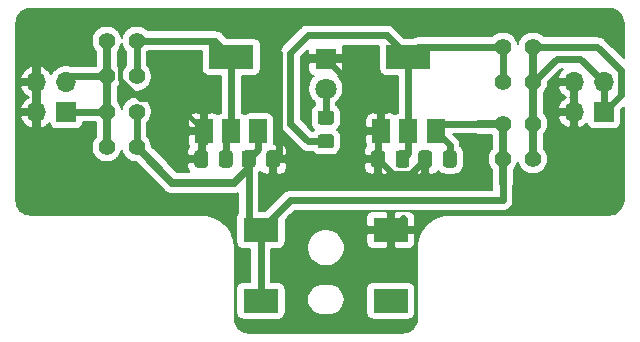
<source format=gtl>
%TF.GenerationSoftware,KiCad,Pcbnew,(5.1.9)-1*%
%TF.CreationDate,2021-04-17T12:39:32+05:30*%
%TF.ProjectId,dcSplitter,64635370-6c69-4747-9465-722e6b696361,rev?*%
%TF.SameCoordinates,Original*%
%TF.FileFunction,Copper,L1,Top*%
%TF.FilePolarity,Positive*%
%FSLAX46Y46*%
G04 Gerber Fmt 4.6, Leading zero omitted, Abs format (unit mm)*
G04 Created by KiCad (PCBNEW (5.1.9)-1) date 2021-04-17 12:39:32*
%MOMM*%
%LPD*%
G01*
G04 APERTURE LIST*
%TA.AperFunction,ComponentPad*%
%ADD10O,1.700000X1.700000*%
%TD*%
%TA.AperFunction,ComponentPad*%
%ADD11R,1.700000X1.700000*%
%TD*%
%TA.AperFunction,ComponentPad*%
%ADD12R,1.800000X1.800000*%
%TD*%
%TA.AperFunction,ComponentPad*%
%ADD13C,1.800000*%
%TD*%
%TA.AperFunction,SMDPad,CuDef*%
%ADD14R,3.000000X2.000000*%
%TD*%
%TA.AperFunction,ComponentPad*%
%ADD15C,1.400000*%
%TD*%
%TA.AperFunction,SMDPad,CuDef*%
%ADD16R,3.800000X2.000000*%
%TD*%
%TA.AperFunction,SMDPad,CuDef*%
%ADD17R,1.500000X2.000000*%
%TD*%
%TA.AperFunction,Conductor*%
%ADD18C,0.600000*%
%TD*%
%TA.AperFunction,Conductor*%
%ADD19C,0.400000*%
%TD*%
%TA.AperFunction,Conductor*%
%ADD20C,0.250000*%
%TD*%
%TA.AperFunction,Conductor*%
%ADD21C,0.700000*%
%TD*%
%TA.AperFunction,Conductor*%
%ADD22C,0.160000*%
%TD*%
%TA.AperFunction,Conductor*%
%ADD23C,0.100000*%
%TD*%
G04 APERTURE END LIST*
D10*
%TO.P,J3,4*%
%TO.N,GND*%
X155500000Y-20000000D03*
%TO.P,J3,3*%
X155500000Y-22540000D03*
%TO.P,J3,2*%
%TO.N,Net-(J3-Pad1)*%
X158040000Y-20000000D03*
D11*
%TO.P,J3,1*%
X158040000Y-22540000D03*
%TD*%
%TO.P,C1,2*%
%TO.N,GND*%
%TA.AperFunction,SMDPad,CuDef*%
G36*
G01*
X129450000Y-26975000D02*
X129450000Y-26025000D01*
G75*
G02*
X129700000Y-25775000I250000J0D01*
G01*
X130375000Y-25775000D01*
G75*
G02*
X130625000Y-26025000I0J-250000D01*
G01*
X130625000Y-26975000D01*
G75*
G02*
X130375000Y-27225000I-250000J0D01*
G01*
X129700000Y-27225000D01*
G75*
G02*
X129450000Y-26975000I0J250000D01*
G01*
G37*
%TD.AperFunction*%
%TO.P,C1,1*%
%TO.N,Net-(C1-Pad1)*%
%TA.AperFunction,SMDPad,CuDef*%
G36*
G01*
X127375000Y-26975000D02*
X127375000Y-26025000D01*
G75*
G02*
X127625000Y-25775000I250000J0D01*
G01*
X128300000Y-25775000D01*
G75*
G02*
X128550000Y-26025000I0J-250000D01*
G01*
X128550000Y-26975000D01*
G75*
G02*
X128300000Y-27225000I-250000J0D01*
G01*
X127625000Y-27225000D01*
G75*
G02*
X127375000Y-26975000I0J250000D01*
G01*
G37*
%TD.AperFunction*%
%TD*%
%TO.P,C2,1*%
%TO.N,Net-(C1-Pad1)*%
%TA.AperFunction,SMDPad,CuDef*%
G36*
G01*
X145587500Y-26025000D02*
X145587500Y-26975000D01*
G75*
G02*
X145337500Y-27225000I-250000J0D01*
G01*
X144662500Y-27225000D01*
G75*
G02*
X144412500Y-26975000I0J250000D01*
G01*
X144412500Y-26025000D01*
G75*
G02*
X144662500Y-25775000I250000J0D01*
G01*
X145337500Y-25775000D01*
G75*
G02*
X145587500Y-26025000I0J-250000D01*
G01*
G37*
%TD.AperFunction*%
%TO.P,C2,2*%
%TO.N,GND*%
%TA.AperFunction,SMDPad,CuDef*%
G36*
G01*
X143512500Y-26025000D02*
X143512500Y-26975000D01*
G75*
G02*
X143262500Y-27225000I-250000J0D01*
G01*
X142587500Y-27225000D01*
G75*
G02*
X142337500Y-26975000I0J250000D01*
G01*
X142337500Y-26025000D01*
G75*
G02*
X142587500Y-25775000I250000J0D01*
G01*
X143262500Y-25775000D01*
G75*
G02*
X143512500Y-26025000I0J-250000D01*
G01*
G37*
%TD.AperFunction*%
%TD*%
%TO.P,C3,2*%
%TO.N,GND*%
%TA.AperFunction,SMDPad,CuDef*%
G36*
G01*
X124550000Y-26025000D02*
X124550000Y-26975000D01*
G75*
G02*
X124300000Y-27225000I-250000J0D01*
G01*
X123625000Y-27225000D01*
G75*
G02*
X123375000Y-26975000I0J250000D01*
G01*
X123375000Y-26025000D01*
G75*
G02*
X123625000Y-25775000I250000J0D01*
G01*
X124300000Y-25775000D01*
G75*
G02*
X124550000Y-26025000I0J-250000D01*
G01*
G37*
%TD.AperFunction*%
%TO.P,C3,1*%
%TO.N,Net-(C3-Pad1)*%
%TA.AperFunction,SMDPad,CuDef*%
G36*
G01*
X126625000Y-26025000D02*
X126625000Y-26975000D01*
G75*
G02*
X126375000Y-27225000I-250000J0D01*
G01*
X125700000Y-27225000D01*
G75*
G02*
X125450000Y-26975000I0J250000D01*
G01*
X125450000Y-26025000D01*
G75*
G02*
X125700000Y-25775000I250000J0D01*
G01*
X126375000Y-25775000D01*
G75*
G02*
X126625000Y-26025000I0J-250000D01*
G01*
G37*
%TD.AperFunction*%
%TD*%
%TO.P,C4,1*%
%TO.N,Net-(C4-Pad1)*%
%TA.AperFunction,SMDPad,CuDef*%
G36*
G01*
X141587500Y-26025000D02*
X141587500Y-26975000D01*
G75*
G02*
X141337500Y-27225000I-250000J0D01*
G01*
X140662500Y-27225000D01*
G75*
G02*
X140412500Y-26975000I0J250000D01*
G01*
X140412500Y-26025000D01*
G75*
G02*
X140662500Y-25775000I250000J0D01*
G01*
X141337500Y-25775000D01*
G75*
G02*
X141587500Y-26025000I0J-250000D01*
G01*
G37*
%TD.AperFunction*%
%TO.P,C4,2*%
%TO.N,GND*%
%TA.AperFunction,SMDPad,CuDef*%
G36*
G01*
X139512500Y-26025000D02*
X139512500Y-26975000D01*
G75*
G02*
X139262500Y-27225000I-250000J0D01*
G01*
X138587500Y-27225000D01*
G75*
G02*
X138337500Y-26975000I0J250000D01*
G01*
X138337500Y-26025000D01*
G75*
G02*
X138587500Y-25775000I250000J0D01*
G01*
X139262500Y-25775000D01*
G75*
G02*
X139512500Y-26025000I0J-250000D01*
G01*
G37*
%TD.AperFunction*%
%TD*%
D12*
%TO.P,D1,1*%
%TO.N,GND*%
X134500000Y-18000000D03*
D13*
%TO.P,D1,2*%
%TO.N,Net-(D1-Pad2)*%
X134500000Y-20540000D03*
%TD*%
D14*
%TO.P,J1,3*%
%TO.N,N/C*%
X140000000Y-38500000D03*
%TO.P,J1,2*%
%TO.N,GND*%
X140000000Y-32500000D03*
%TO.P,J1,1*%
%TO.N,Net-(C1-Pad1)*%
X129000000Y-32500000D03*
X129000000Y-38500000D03*
%TD*%
D15*
%TO.P,12,2*%
%TO.N,Net-(J2-Pad1)*%
X115960000Y-25500000D03*
%TO.P,12,1*%
%TO.N,Net-(C1-Pad1)*%
X118500000Y-25500000D03*
%TD*%
%TO.P,12,1*%
%TO.N,Net-(C1-Pad1)*%
X118500000Y-22500000D03*
%TO.P,12,2*%
%TO.N,Net-(J2-Pad1)*%
X115960000Y-22500000D03*
%TD*%
%TO.P,5,2*%
%TO.N,Net-(J2-Pad1)*%
X115960000Y-19500000D03*
%TO.P,5,1*%
%TO.N,Net-(C3-Pad1)*%
X118500000Y-19500000D03*
%TD*%
%TO.P,5,1*%
%TO.N,Net-(C3-Pad1)*%
X118500000Y-16500000D03*
%TO.P,5,2*%
%TO.N,Net-(J2-Pad1)*%
X115960000Y-16500000D03*
%TD*%
%TO.P,3.3,2*%
%TO.N,Net-(J3-Pad1)*%
X152040000Y-17000000D03*
%TO.P,3.3,1*%
%TO.N,Net-(C4-Pad1)*%
X149500000Y-17000000D03*
%TD*%
%TO.P,3.3,1*%
%TO.N,Net-(C4-Pad1)*%
X149500000Y-20000000D03*
%TO.P,3.3,2*%
%TO.N,Net-(J3-Pad1)*%
X152040000Y-20000000D03*
%TD*%
%TO.P,12,2*%
%TO.N,Net-(J3-Pad1)*%
X152040000Y-23500000D03*
%TO.P,12,1*%
%TO.N,Net-(C1-Pad1)*%
X149500000Y-23500000D03*
%TD*%
%TO.P,12,1*%
%TO.N,Net-(C1-Pad1)*%
X149500000Y-26500000D03*
%TO.P,12,2*%
%TO.N,Net-(J3-Pad1)*%
X152040000Y-26500000D03*
%TD*%
%TO.P,R1,1*%
%TO.N,Net-(C4-Pad1)*%
%TA.AperFunction,SMDPad,CuDef*%
G36*
G01*
X134950001Y-25600000D02*
X134049999Y-25600000D01*
G75*
G02*
X133800000Y-25350001I0J249999D01*
G01*
X133800000Y-24649999D01*
G75*
G02*
X134049999Y-24400000I249999J0D01*
G01*
X134950001Y-24400000D01*
G75*
G02*
X135200000Y-24649999I0J-249999D01*
G01*
X135200000Y-25350001D01*
G75*
G02*
X134950001Y-25600000I-249999J0D01*
G01*
G37*
%TD.AperFunction*%
%TO.P,R1,2*%
%TO.N,Net-(D1-Pad2)*%
%TA.AperFunction,SMDPad,CuDef*%
G36*
G01*
X134950001Y-23600000D02*
X134049999Y-23600000D01*
G75*
G02*
X133800000Y-23350001I0J249999D01*
G01*
X133800000Y-22649999D01*
G75*
G02*
X134049999Y-22400000I249999J0D01*
G01*
X134950001Y-22400000D01*
G75*
G02*
X135200000Y-22649999I0J-249999D01*
G01*
X135200000Y-23350001D01*
G75*
G02*
X134950001Y-23600000I-249999J0D01*
G01*
G37*
%TD.AperFunction*%
%TD*%
D16*
%TO.P,U1,2*%
%TO.N,Net-(C3-Pad1)*%
X126500000Y-17850000D03*
D17*
X126500000Y-24150000D03*
%TO.P,U1,3*%
%TO.N,Net-(C1-Pad1)*%
X128800000Y-24150000D03*
%TO.P,U1,1*%
%TO.N,GND*%
X124200000Y-24150000D03*
%TD*%
%TO.P,U2,1*%
%TO.N,GND*%
X139200000Y-24150000D03*
%TO.P,U2,3*%
%TO.N,Net-(C1-Pad1)*%
X143800000Y-24150000D03*
%TO.P,U2,2*%
%TO.N,Net-(C4-Pad1)*%
X141500000Y-24150000D03*
D16*
X141500000Y-17850000D03*
%TD*%
D11*
%TO.P,J2,1*%
%TO.N,Net-(J2-Pad1)*%
X112540000Y-22540000D03*
D10*
%TO.P,J2,2*%
X112540000Y-20000000D03*
%TO.P,J2,3*%
%TO.N,GND*%
X110000000Y-22540000D03*
%TO.P,J2,4*%
X110000000Y-20000000D03*
%TD*%
D18*
%TO.N,GND*%
X123962500Y-24387500D02*
X124200000Y-24150000D01*
X123962500Y-26500000D02*
X123962500Y-24387500D01*
X130037500Y-26500000D02*
X138925000Y-26500000D01*
X138925000Y-24425000D02*
X139200000Y-24150000D01*
X138925000Y-26500000D02*
X138925000Y-24425000D01*
X141699990Y-27725010D02*
X142925000Y-26500000D01*
X140150010Y-27725010D02*
X141699990Y-27725010D01*
X138925000Y-26500000D02*
X140150010Y-27725010D01*
X139200000Y-22700000D02*
X134500000Y-18000000D01*
X139200000Y-24150000D02*
X139200000Y-22700000D01*
X141025010Y-31474990D02*
X140000000Y-32500000D01*
X130500000Y-17500000D02*
X128500000Y-15500000D01*
X130500000Y-26037500D02*
X130500000Y-17500000D01*
X130037500Y-26500000D02*
X130500000Y-26037500D01*
D19*
X117060001Y-19688003D02*
X117060001Y-18560001D01*
X118771997Y-21399999D02*
X117060001Y-19688003D01*
X121449999Y-21399999D02*
X118771997Y-21399999D01*
X124200000Y-24150000D02*
X121449999Y-21399999D01*
X117060001Y-18560001D02*
X117200001Y-18420001D01*
D18*
X110000000Y-16000000D02*
X110000000Y-20000000D01*
X110700001Y-15299999D02*
X110000000Y-16000000D01*
X110000000Y-20000000D02*
X110000000Y-22540000D01*
X135500000Y-41000000D02*
X137000000Y-39500000D01*
X137000000Y-39500000D02*
X137000000Y-35500000D01*
X114500000Y-31000000D02*
X125742476Y-31000000D01*
X110000000Y-26500000D02*
X114500000Y-31000000D01*
X128099998Y-41000000D02*
X135500000Y-41000000D01*
X110000000Y-22540000D02*
X110000000Y-26500000D01*
X155500000Y-20000000D02*
X155500000Y-22540000D01*
%TO.N,Net-(C1-Pad1)*%
X144450000Y-23500000D02*
X143800000Y-24150000D01*
X147500000Y-23500000D02*
X144450000Y-23500000D01*
X145000000Y-25350000D02*
X143800000Y-24150000D01*
X145000000Y-26500000D02*
X145000000Y-25350000D01*
X149500000Y-28500000D02*
X149500000Y-29974990D01*
X131500000Y-30000000D02*
X129000000Y-32500000D01*
X149500000Y-30000000D02*
X131500000Y-30000000D01*
X129000000Y-32500000D02*
X129000000Y-38500000D01*
X127962500Y-31462500D02*
X127962500Y-26500000D01*
X129000000Y-32500000D02*
X127962500Y-31462500D01*
X128800000Y-25662500D02*
X127962500Y-26500000D01*
X128800000Y-24150000D02*
X128800000Y-25662500D01*
X118500000Y-25500000D02*
X118500000Y-22500000D01*
D20*
X127962500Y-26500000D02*
X127962500Y-27537500D01*
D21*
X127962500Y-27225000D02*
X126687500Y-28500000D01*
X127962500Y-26500000D02*
X127962500Y-27225000D01*
X121500000Y-28500000D02*
X118500000Y-25500000D01*
X126687500Y-28500000D02*
X121500000Y-28500000D01*
X147500000Y-23500000D02*
X149500000Y-23500000D01*
X149500000Y-23500000D02*
X149500000Y-26500000D01*
X149500000Y-26500000D02*
X149500000Y-28500000D01*
D18*
%TO.N,Net-(C3-Pad1)*%
X118500000Y-19500000D02*
X118500000Y-16500000D01*
X125150000Y-16500000D02*
X126500000Y-17850000D01*
X118500000Y-16500000D02*
X125150000Y-16500000D01*
X126037500Y-24612500D02*
X126500000Y-24150000D01*
X126037500Y-26500000D02*
X126037500Y-24612500D01*
X126500000Y-24150000D02*
X126500000Y-17850000D01*
%TO.N,Net-(C4-Pad1)*%
X149500000Y-20000000D02*
X149500000Y-17000000D01*
X142350000Y-17000000D02*
X141500000Y-17850000D01*
X149500000Y-17000000D02*
X142350000Y-17000000D01*
X141500000Y-17850000D02*
X141500000Y-24150000D01*
X141000000Y-26500000D02*
X141500000Y-26000000D01*
X141500000Y-26000000D02*
X141500000Y-24150000D01*
X139650000Y-16000000D02*
X141500000Y-17850000D01*
X133000000Y-16000000D02*
X139650000Y-16000000D01*
X131500000Y-17500000D02*
X133000000Y-16000000D01*
X131500000Y-23500000D02*
X131500000Y-17500000D01*
X133000000Y-25000000D02*
X131500000Y-23500000D01*
X134500000Y-25000000D02*
X133000000Y-25000000D01*
%TO.N,Net-(D1-Pad2)*%
X134500000Y-23000000D02*
X134500000Y-20540000D01*
D21*
%TO.N,Net-(J2-Pad1)*%
X115960000Y-25500000D02*
X115960000Y-16500000D01*
D18*
X115920000Y-22540000D02*
X115960000Y-22500000D01*
X113040000Y-19500000D02*
X112540000Y-20000000D01*
X115960000Y-19500000D02*
X113040000Y-19500000D01*
X112580000Y-22500000D02*
X112540000Y-22540000D01*
X115960000Y-22500000D02*
X112580000Y-22500000D01*
D21*
%TO.N,Net-(J3-Pad1)*%
X152040000Y-25500000D02*
X152040000Y-17000000D01*
X152040000Y-26500000D02*
X152040000Y-25500000D01*
D18*
X156040000Y-18000000D02*
X158040000Y-20000000D01*
X154040000Y-18000000D02*
X156040000Y-18000000D01*
X152040000Y-20000000D02*
X154040000Y-18000000D01*
X159500000Y-21080000D02*
X158040000Y-22540000D01*
X159500000Y-19000000D02*
X159500000Y-21080000D01*
X157500000Y-17000000D02*
X159500000Y-19000000D01*
X152040000Y-17000000D02*
X157500000Y-17000000D01*
X158040000Y-20000000D02*
X158040000Y-22540000D01*
%TD*%
D22*
%TO.N,GND*%
X158734677Y-13814789D02*
X158960418Y-13882944D01*
X159168619Y-13993647D01*
X159351354Y-14142683D01*
X159501663Y-14324374D01*
X159613814Y-14531794D01*
X159683543Y-14757053D01*
X159712000Y-15027799D01*
X159712000Y-17956178D01*
X158158760Y-16402938D01*
X158130949Y-16369051D01*
X157995733Y-16258083D01*
X157841467Y-16175626D01*
X157674078Y-16124849D01*
X157543618Y-16112000D01*
X157543616Y-16112000D01*
X157500000Y-16107704D01*
X157456384Y-16112000D01*
X152973507Y-16112000D01*
X152861052Y-15999545D01*
X152650097Y-15858589D01*
X152415696Y-15761497D01*
X152166857Y-15712000D01*
X151913143Y-15712000D01*
X151664304Y-15761497D01*
X151429903Y-15858589D01*
X151218948Y-15999545D01*
X151039545Y-16178948D01*
X150898589Y-16389903D01*
X150801497Y-16624304D01*
X150770000Y-16782651D01*
X150738503Y-16624304D01*
X150641411Y-16389903D01*
X150500455Y-16178948D01*
X150321052Y-15999545D01*
X150110097Y-15858589D01*
X149875696Y-15761497D01*
X149626857Y-15712000D01*
X149373143Y-15712000D01*
X149124304Y-15761497D01*
X148889903Y-15858589D01*
X148678948Y-15999545D01*
X148566493Y-16112000D01*
X142393618Y-16112000D01*
X142350000Y-16107704D01*
X142175921Y-16124849D01*
X142008533Y-16175626D01*
X141854266Y-16258083D01*
X141852960Y-16259155D01*
X141164976Y-16259155D01*
X140308759Y-15402938D01*
X140280949Y-15369051D01*
X140145733Y-15258083D01*
X139991467Y-15175626D01*
X139824078Y-15124849D01*
X139693618Y-15112000D01*
X139693616Y-15112000D01*
X139650000Y-15107704D01*
X139606384Y-15112000D01*
X133043615Y-15112000D01*
X132999999Y-15107704D01*
X132956383Y-15112000D01*
X132956382Y-15112000D01*
X132825922Y-15124849D01*
X132658533Y-15175626D01*
X132504267Y-15258083D01*
X132369051Y-15369051D01*
X132341245Y-15402933D01*
X130902934Y-16841245D01*
X130869052Y-16869051D01*
X130797382Y-16956382D01*
X130758084Y-17004267D01*
X130675626Y-17158534D01*
X130624850Y-17325922D01*
X130607704Y-17500000D01*
X130612001Y-17543626D01*
X130612000Y-23456384D01*
X130607704Y-23500000D01*
X130612000Y-23543616D01*
X130612000Y-23543617D01*
X130624849Y-23674077D01*
X130675626Y-23841466D01*
X130758083Y-23995732D01*
X130869051Y-24130949D01*
X130902938Y-24158759D01*
X132341245Y-25597067D01*
X132369051Y-25630949D01*
X132504267Y-25741917D01*
X132658533Y-25824374D01*
X132825922Y-25875151D01*
X132956382Y-25888000D01*
X132956383Y-25888000D01*
X132999999Y-25892296D01*
X133043615Y-25888000D01*
X133409009Y-25888000D01*
X133455433Y-25944567D01*
X133582851Y-26049137D01*
X133728222Y-26126840D01*
X133885958Y-26174688D01*
X134049999Y-26190845D01*
X134950001Y-26190845D01*
X135114042Y-26174688D01*
X135271778Y-26126840D01*
X135417149Y-26049137D01*
X135544567Y-25944567D01*
X135649137Y-25817149D01*
X135726840Y-25671778D01*
X135774688Y-25514042D01*
X135790845Y-25350001D01*
X135790845Y-24649999D01*
X135774688Y-24485958D01*
X135726840Y-24328222D01*
X135649137Y-24182851D01*
X135544567Y-24055433D01*
X135477022Y-24000000D01*
X135544567Y-23944567D01*
X135649137Y-23817149D01*
X135726840Y-23671778D01*
X135774688Y-23514042D01*
X135790845Y-23350001D01*
X135790845Y-23150000D01*
X137859155Y-23150000D01*
X137862000Y-23733000D01*
X138009000Y-23880000D01*
X138930000Y-23880000D01*
X138930000Y-22709000D01*
X138783000Y-22562000D01*
X138450000Y-22559155D01*
X138334732Y-22570508D01*
X138223893Y-22604130D01*
X138121744Y-22658730D01*
X138032209Y-22732209D01*
X137958730Y-22821744D01*
X137904130Y-22923893D01*
X137870508Y-23034732D01*
X137859155Y-23150000D01*
X135790845Y-23150000D01*
X135790845Y-22649999D01*
X135774688Y-22485958D01*
X135726840Y-22328222D01*
X135649137Y-22182851D01*
X135544567Y-22055433D01*
X135417149Y-21950863D01*
X135388000Y-21935282D01*
X135388000Y-21736260D01*
X135448545Y-21695805D01*
X135655805Y-21488545D01*
X135818649Y-21244832D01*
X135930817Y-20974034D01*
X135988000Y-20686555D01*
X135988000Y-20393445D01*
X135930817Y-20105966D01*
X135818649Y-19835168D01*
X135655805Y-19591455D01*
X135537192Y-19472842D01*
X135626107Y-19445870D01*
X135728256Y-19391270D01*
X135817791Y-19317791D01*
X135891270Y-19228256D01*
X135945870Y-19126107D01*
X135979492Y-19015268D01*
X135990845Y-18900000D01*
X135988000Y-18417000D01*
X135841000Y-18270000D01*
X134770000Y-18270000D01*
X134770000Y-18290000D01*
X134230000Y-18290000D01*
X134230000Y-18270000D01*
X133159000Y-18270000D01*
X133012000Y-18417000D01*
X133009155Y-18900000D01*
X133020508Y-19015268D01*
X133054130Y-19126107D01*
X133108730Y-19228256D01*
X133182209Y-19317791D01*
X133271744Y-19391270D01*
X133373893Y-19445870D01*
X133462808Y-19472842D01*
X133344195Y-19591455D01*
X133181351Y-19835168D01*
X133069183Y-20105966D01*
X133012000Y-20393445D01*
X133012000Y-20686555D01*
X133069183Y-20974034D01*
X133181351Y-21244832D01*
X133344195Y-21488545D01*
X133551455Y-21695805D01*
X133612001Y-21736260D01*
X133612000Y-21935282D01*
X133582851Y-21950863D01*
X133455433Y-22055433D01*
X133350863Y-22182851D01*
X133273160Y-22328222D01*
X133225312Y-22485958D01*
X133209155Y-22649999D01*
X133209155Y-23350001D01*
X133225312Y-23514042D01*
X133273160Y-23671778D01*
X133350863Y-23817149D01*
X133455433Y-23944567D01*
X133522978Y-24000000D01*
X133455433Y-24055433D01*
X133409009Y-24112000D01*
X133367822Y-24112000D01*
X132388000Y-23132179D01*
X132388000Y-17867821D01*
X133010014Y-17245808D01*
X133012000Y-17583000D01*
X133159000Y-17730000D01*
X134230000Y-17730000D01*
X134230000Y-17710000D01*
X134770000Y-17710000D01*
X134770000Y-17730000D01*
X135841000Y-17730000D01*
X135988000Y-17583000D01*
X135990845Y-17100000D01*
X135979492Y-16984732D01*
X135950149Y-16888000D01*
X139009155Y-16888000D01*
X139009155Y-18850000D01*
X139020508Y-18965268D01*
X139054130Y-19076107D01*
X139108730Y-19178256D01*
X139182209Y-19267791D01*
X139271744Y-19341270D01*
X139373893Y-19395870D01*
X139484732Y-19429492D01*
X139600000Y-19440845D01*
X140612000Y-19440845D01*
X140612001Y-22577403D01*
X140523893Y-22604130D01*
X140421744Y-22658730D01*
X140350000Y-22717608D01*
X140278256Y-22658730D01*
X140176107Y-22604130D01*
X140065268Y-22570508D01*
X139950000Y-22559155D01*
X139617000Y-22562000D01*
X139470000Y-22709000D01*
X139470000Y-23880000D01*
X139490000Y-23880000D01*
X139490000Y-24420000D01*
X139470000Y-24420000D01*
X139470000Y-24440000D01*
X138930000Y-24440000D01*
X138930000Y-24420000D01*
X138009000Y-24420000D01*
X137862000Y-24567000D01*
X137859155Y-25150000D01*
X137870508Y-25265268D01*
X137904130Y-25376107D01*
X137904158Y-25376159D01*
X137846230Y-25446744D01*
X137791630Y-25548893D01*
X137758008Y-25659732D01*
X137746655Y-25775000D01*
X137749500Y-26083000D01*
X137896500Y-26230000D01*
X138655000Y-26230000D01*
X138655000Y-26210000D01*
X139195000Y-26210000D01*
X139195000Y-26230000D01*
X139215000Y-26230000D01*
X139215000Y-26770000D01*
X139195000Y-26770000D01*
X139195000Y-27666000D01*
X139342000Y-27813000D01*
X139512500Y-27815845D01*
X139627768Y-27804492D01*
X139738607Y-27770870D01*
X139840756Y-27716270D01*
X139930291Y-27642791D01*
X140003770Y-27553256D01*
X140023797Y-27515788D01*
X140067933Y-27569567D01*
X140195352Y-27674137D01*
X140340723Y-27751839D01*
X140498459Y-27799688D01*
X140662500Y-27815845D01*
X141337500Y-27815845D01*
X141501541Y-27799688D01*
X141659277Y-27751839D01*
X141804648Y-27674137D01*
X141888774Y-27605097D01*
X141919709Y-27642791D01*
X142009244Y-27716270D01*
X142111393Y-27770870D01*
X142222232Y-27804492D01*
X142337500Y-27815845D01*
X142508000Y-27813000D01*
X142655000Y-27666000D01*
X142655000Y-26770000D01*
X142635000Y-26770000D01*
X142635000Y-26230000D01*
X142655000Y-26230000D01*
X142655000Y-26210000D01*
X143195000Y-26210000D01*
X143195000Y-26230000D01*
X143215000Y-26230000D01*
X143215000Y-26770000D01*
X143195000Y-26770000D01*
X143195000Y-27666000D01*
X143342000Y-27813000D01*
X143512500Y-27815845D01*
X143627768Y-27804492D01*
X143738607Y-27770870D01*
X143840756Y-27716270D01*
X143930291Y-27642791D01*
X144003770Y-27553256D01*
X144023797Y-27515788D01*
X144067933Y-27569567D01*
X144195352Y-27674137D01*
X144340723Y-27751839D01*
X144498459Y-27799688D01*
X144662500Y-27815845D01*
X145337500Y-27815845D01*
X145501541Y-27799688D01*
X145659277Y-27751839D01*
X145804648Y-27674137D01*
X145932067Y-27569567D01*
X146036637Y-27442148D01*
X146114339Y-27296777D01*
X146162188Y-27139041D01*
X146178345Y-26975000D01*
X146178345Y-26025000D01*
X146162188Y-25860959D01*
X146114339Y-25703223D01*
X146036637Y-25557852D01*
X145932067Y-25430433D01*
X145888000Y-25394268D01*
X145888000Y-25393615D01*
X145892296Y-25349999D01*
X145884540Y-25271253D01*
X145875151Y-25175922D01*
X145824374Y-25008533D01*
X145741917Y-24854267D01*
X145630949Y-24719051D01*
X145597067Y-24691245D01*
X145293822Y-24388000D01*
X147196034Y-24388000D01*
X147316120Y-24424427D01*
X147453926Y-24438000D01*
X148562000Y-24438000D01*
X148562001Y-25616492D01*
X148499545Y-25678948D01*
X148358589Y-25889903D01*
X148261497Y-26124304D01*
X148212000Y-26373143D01*
X148212000Y-26626857D01*
X148261497Y-26875696D01*
X148358589Y-27110097D01*
X148499545Y-27321052D01*
X148562000Y-27383507D01*
X148562001Y-28546074D01*
X148575574Y-28683880D01*
X148612000Y-28803963D01*
X148612000Y-29112000D01*
X131543616Y-29112000D01*
X131500000Y-29107704D01*
X131456384Y-29112000D01*
X131456382Y-29112000D01*
X131325922Y-29124849D01*
X131188700Y-29166475D01*
X131158533Y-29175626D01*
X131004266Y-29258083D01*
X130934484Y-29315352D01*
X130869051Y-29369051D01*
X130841245Y-29402933D01*
X129335024Y-30909155D01*
X128850500Y-30909155D01*
X128850500Y-27605732D01*
X128894567Y-27569567D01*
X128938703Y-27515788D01*
X128958730Y-27553256D01*
X129032209Y-27642791D01*
X129121744Y-27716270D01*
X129223893Y-27770870D01*
X129334732Y-27804492D01*
X129450000Y-27815845D01*
X129620500Y-27813000D01*
X129767500Y-27666000D01*
X129767500Y-26770000D01*
X130307500Y-26770000D01*
X130307500Y-27666000D01*
X130454500Y-27813000D01*
X130625000Y-27815845D01*
X130740268Y-27804492D01*
X130851107Y-27770870D01*
X130953256Y-27716270D01*
X131042791Y-27642791D01*
X131116270Y-27553256D01*
X131170870Y-27451107D01*
X131204492Y-27340268D01*
X131215845Y-27225000D01*
X137746655Y-27225000D01*
X137758008Y-27340268D01*
X137791630Y-27451107D01*
X137846230Y-27553256D01*
X137919709Y-27642791D01*
X138009244Y-27716270D01*
X138111393Y-27770870D01*
X138222232Y-27804492D01*
X138337500Y-27815845D01*
X138508000Y-27813000D01*
X138655000Y-27666000D01*
X138655000Y-26770000D01*
X137896500Y-26770000D01*
X137749500Y-26917000D01*
X137746655Y-27225000D01*
X131215845Y-27225000D01*
X131213000Y-26917000D01*
X131066000Y-26770000D01*
X130307500Y-26770000D01*
X129767500Y-26770000D01*
X129747500Y-26770000D01*
X129747500Y-26230000D01*
X129767500Y-26230000D01*
X129767500Y-26210000D01*
X130307500Y-26210000D01*
X130307500Y-26230000D01*
X131066000Y-26230000D01*
X131213000Y-26083000D01*
X131215845Y-25775000D01*
X131204492Y-25659732D01*
X131170870Y-25548893D01*
X131116270Y-25446744D01*
X131042791Y-25357209D01*
X130953256Y-25283730D01*
X130851107Y-25229130D01*
X130740268Y-25195508D01*
X130625000Y-25184155D01*
X130454500Y-25187000D01*
X130307502Y-25333998D01*
X130307502Y-25187000D01*
X130137201Y-25187000D01*
X130140845Y-25150000D01*
X130140845Y-23150000D01*
X130129492Y-23034732D01*
X130095870Y-22923893D01*
X130041270Y-22821744D01*
X129967791Y-22732209D01*
X129878256Y-22658730D01*
X129776107Y-22604130D01*
X129665268Y-22570508D01*
X129550000Y-22559155D01*
X128050000Y-22559155D01*
X127934732Y-22570508D01*
X127823893Y-22604130D01*
X127721744Y-22658730D01*
X127650000Y-22717608D01*
X127578256Y-22658730D01*
X127476107Y-22604130D01*
X127388000Y-22577404D01*
X127388000Y-19440845D01*
X128400000Y-19440845D01*
X128515268Y-19429492D01*
X128626107Y-19395870D01*
X128728256Y-19341270D01*
X128817791Y-19267791D01*
X128891270Y-19178256D01*
X128945870Y-19076107D01*
X128979492Y-18965268D01*
X128990845Y-18850000D01*
X128990845Y-16850000D01*
X128979492Y-16734732D01*
X128945870Y-16623893D01*
X128891270Y-16521744D01*
X128817791Y-16432209D01*
X128728256Y-16358730D01*
X128626107Y-16304130D01*
X128515268Y-16270508D01*
X128400000Y-16259155D01*
X126164976Y-16259155D01*
X125808759Y-15902938D01*
X125780949Y-15869051D01*
X125645733Y-15758083D01*
X125491467Y-15675626D01*
X125324078Y-15624849D01*
X125193618Y-15612000D01*
X125193616Y-15612000D01*
X125150000Y-15607704D01*
X125106384Y-15612000D01*
X119433507Y-15612000D01*
X119321052Y-15499545D01*
X119110097Y-15358589D01*
X118875696Y-15261497D01*
X118626857Y-15212000D01*
X118373143Y-15212000D01*
X118124304Y-15261497D01*
X117889903Y-15358589D01*
X117678948Y-15499545D01*
X117499545Y-15678948D01*
X117358589Y-15889903D01*
X117261497Y-16124304D01*
X117230000Y-16282651D01*
X117198503Y-16124304D01*
X117101411Y-15889903D01*
X116960455Y-15678948D01*
X116781052Y-15499545D01*
X116570097Y-15358589D01*
X116335696Y-15261497D01*
X116086857Y-15212000D01*
X115833143Y-15212000D01*
X115584304Y-15261497D01*
X115349903Y-15358589D01*
X115138948Y-15499545D01*
X114959545Y-15678948D01*
X114818589Y-15889903D01*
X114721497Y-16124304D01*
X114672000Y-16373143D01*
X114672000Y-16626857D01*
X114721497Y-16875696D01*
X114818589Y-17110097D01*
X114959545Y-17321052D01*
X115022001Y-17383508D01*
X115022001Y-18612000D01*
X113083616Y-18612000D01*
X113040000Y-18607704D01*
X112996384Y-18612000D01*
X112996382Y-18612000D01*
X112953990Y-18616175D01*
X112681631Y-18562000D01*
X112398369Y-18562000D01*
X112120551Y-18617261D01*
X111858852Y-18725661D01*
X111623328Y-18883032D01*
X111423032Y-19083328D01*
X111265661Y-19318852D01*
X111263364Y-19324398D01*
X111231683Y-19257820D01*
X111063224Y-19031791D01*
X110853906Y-18842970D01*
X110611773Y-18698613D01*
X110487628Y-18647202D01*
X110270000Y-18737550D01*
X110270000Y-19730000D01*
X110290000Y-19730000D01*
X110290000Y-20270000D01*
X110270000Y-20270000D01*
X110270000Y-21262450D01*
X110288186Y-21270000D01*
X110270000Y-21277550D01*
X110270000Y-22270000D01*
X110290000Y-22270000D01*
X110290000Y-22810000D01*
X110270000Y-22810000D01*
X110270000Y-23802450D01*
X110487628Y-23892798D01*
X110611773Y-23841387D01*
X110853906Y-23697030D01*
X111063224Y-23508209D01*
X111105245Y-23451828D01*
X111110508Y-23505268D01*
X111144130Y-23616107D01*
X111198730Y-23718256D01*
X111272209Y-23807791D01*
X111361744Y-23881270D01*
X111463893Y-23935870D01*
X111574732Y-23969492D01*
X111690000Y-23980845D01*
X113390000Y-23980845D01*
X113505268Y-23969492D01*
X113616107Y-23935870D01*
X113718256Y-23881270D01*
X113807791Y-23807791D01*
X113881270Y-23718256D01*
X113935870Y-23616107D01*
X113969492Y-23505268D01*
X113980845Y-23390000D01*
X113980845Y-23388000D01*
X115022000Y-23388000D01*
X115022000Y-24616493D01*
X114959545Y-24678948D01*
X114818589Y-24889903D01*
X114721497Y-25124304D01*
X114672000Y-25373143D01*
X114672000Y-25626857D01*
X114721497Y-25875696D01*
X114818589Y-26110097D01*
X114959545Y-26321052D01*
X115138948Y-26500455D01*
X115349903Y-26641411D01*
X115584304Y-26738503D01*
X115833143Y-26788000D01*
X116086857Y-26788000D01*
X116335696Y-26738503D01*
X116570097Y-26641411D01*
X116781052Y-26500455D01*
X116960455Y-26321052D01*
X117101411Y-26110097D01*
X117198503Y-25875696D01*
X117230000Y-25717349D01*
X117261497Y-25875696D01*
X117358589Y-26110097D01*
X117499545Y-26321052D01*
X117678948Y-26500455D01*
X117889903Y-26641411D01*
X118124304Y-26738503D01*
X118373143Y-26788000D01*
X118461469Y-26788000D01*
X120804152Y-29130684D01*
X120833525Y-29166475D01*
X120976354Y-29283692D01*
X121136049Y-29369051D01*
X121139306Y-29370792D01*
X121316119Y-29424427D01*
X121500000Y-29442538D01*
X121546074Y-29438000D01*
X126641434Y-29438000D01*
X126687500Y-29442537D01*
X126733566Y-29438000D01*
X126733574Y-29438000D01*
X126871380Y-29424427D01*
X127048194Y-29370792D01*
X127074500Y-29356731D01*
X127074500Y-31091602D01*
X127008730Y-31171744D01*
X126954130Y-31273893D01*
X126920508Y-31384732D01*
X126909155Y-31500000D01*
X126909155Y-33500000D01*
X126920508Y-33615268D01*
X126954130Y-33726107D01*
X127008730Y-33828256D01*
X127082209Y-33917791D01*
X127171744Y-33991270D01*
X127273893Y-34045870D01*
X127384732Y-34079492D01*
X127500000Y-34090845D01*
X128112000Y-34090845D01*
X128112001Y-36909155D01*
X127500000Y-36909155D01*
X127384732Y-36920508D01*
X127273893Y-36954130D01*
X127171744Y-37008730D01*
X127082209Y-37082209D01*
X127008730Y-37171744D01*
X126954130Y-37273893D01*
X126920508Y-37384732D01*
X126909155Y-37500000D01*
X126909155Y-39500000D01*
X126920508Y-39615268D01*
X126954130Y-39726107D01*
X127008730Y-39828256D01*
X127082209Y-39917791D01*
X127171744Y-39991270D01*
X127273893Y-40045870D01*
X127384732Y-40079492D01*
X127500000Y-40090845D01*
X130500000Y-40090845D01*
X130615268Y-40079492D01*
X130726107Y-40045870D01*
X130828256Y-39991270D01*
X130917791Y-39917791D01*
X130991270Y-39828256D01*
X131045870Y-39726107D01*
X131079492Y-39615268D01*
X131090845Y-39500000D01*
X131090845Y-38400000D01*
X132905526Y-38400000D01*
X132931360Y-38662294D01*
X133007868Y-38914508D01*
X133132111Y-39146950D01*
X133299313Y-39350687D01*
X133503050Y-39517889D01*
X133735492Y-39642132D01*
X133987706Y-39718640D01*
X134184269Y-39738000D01*
X134815731Y-39738000D01*
X135012294Y-39718640D01*
X135264508Y-39642132D01*
X135496950Y-39517889D01*
X135700687Y-39350687D01*
X135867889Y-39146950D01*
X135992132Y-38914508D01*
X136068640Y-38662294D01*
X136094474Y-38400000D01*
X136068640Y-38137706D01*
X135992132Y-37885492D01*
X135867889Y-37653050D01*
X135742285Y-37500000D01*
X137909155Y-37500000D01*
X137909155Y-39500000D01*
X137920508Y-39615268D01*
X137954130Y-39726107D01*
X138008730Y-39828256D01*
X138082209Y-39917791D01*
X138171744Y-39991270D01*
X138273893Y-40045870D01*
X138384732Y-40079492D01*
X138500000Y-40090845D01*
X141500000Y-40090845D01*
X141615268Y-40079492D01*
X141726107Y-40045870D01*
X141828256Y-39991270D01*
X141917791Y-39917791D01*
X141991270Y-39828256D01*
X142045870Y-39726107D01*
X142079492Y-39615268D01*
X142090845Y-39500000D01*
X142090845Y-37500000D01*
X142079492Y-37384732D01*
X142045870Y-37273893D01*
X141991270Y-37171744D01*
X141917791Y-37082209D01*
X141828256Y-37008730D01*
X141726107Y-36954130D01*
X141615268Y-36920508D01*
X141500000Y-36909155D01*
X138500000Y-36909155D01*
X138384732Y-36920508D01*
X138273893Y-36954130D01*
X138171744Y-37008730D01*
X138082209Y-37082209D01*
X138008730Y-37171744D01*
X137954130Y-37273893D01*
X137920508Y-37384732D01*
X137909155Y-37500000D01*
X135742285Y-37500000D01*
X135700687Y-37449313D01*
X135496950Y-37282111D01*
X135264508Y-37157868D01*
X135012294Y-37081360D01*
X134815731Y-37062000D01*
X134184269Y-37062000D01*
X133987706Y-37081360D01*
X133735492Y-37157868D01*
X133503050Y-37282111D01*
X133299313Y-37449313D01*
X133132111Y-37653050D01*
X133007868Y-37885492D01*
X132931360Y-38137706D01*
X132905526Y-38400000D01*
X131090845Y-38400000D01*
X131090845Y-37500000D01*
X131079492Y-37384732D01*
X131045870Y-37273893D01*
X130991270Y-37171744D01*
X130917791Y-37082209D01*
X130828256Y-37008730D01*
X130726107Y-36954130D01*
X130615268Y-36920508D01*
X130500000Y-36909155D01*
X129888000Y-36909155D01*
X129888000Y-34090845D01*
X130500000Y-34090845D01*
X130615268Y-34079492D01*
X130726107Y-34045870D01*
X130828256Y-33991270D01*
X130917791Y-33917791D01*
X130978680Y-33843596D01*
X132912000Y-33843596D01*
X132912000Y-34156404D01*
X132973026Y-34463203D01*
X133092732Y-34752200D01*
X133266520Y-35012291D01*
X133487709Y-35233480D01*
X133747800Y-35407268D01*
X134036797Y-35526974D01*
X134343596Y-35588000D01*
X134656404Y-35588000D01*
X134963203Y-35526974D01*
X135252200Y-35407268D01*
X135512291Y-35233480D01*
X135733480Y-35012291D01*
X135907268Y-34752200D01*
X136026974Y-34463203D01*
X136088000Y-34156404D01*
X136088000Y-33843596D01*
X136026974Y-33536797D01*
X136011733Y-33500000D01*
X137909155Y-33500000D01*
X137920508Y-33615268D01*
X137954130Y-33726107D01*
X138008730Y-33828256D01*
X138082209Y-33917791D01*
X138171744Y-33991270D01*
X138273893Y-34045870D01*
X138384732Y-34079492D01*
X138500000Y-34090845D01*
X139583000Y-34088000D01*
X139730000Y-33941000D01*
X139730000Y-32770000D01*
X140270000Y-32770000D01*
X140270000Y-33941000D01*
X140417000Y-34088000D01*
X141500000Y-34090845D01*
X141615268Y-34079492D01*
X141726107Y-34045870D01*
X141828256Y-33991270D01*
X141917791Y-33917791D01*
X141991270Y-33828256D01*
X142045870Y-33726107D01*
X142079492Y-33615268D01*
X142090845Y-33500000D01*
X142088000Y-32917000D01*
X141941000Y-32770000D01*
X140270000Y-32770000D01*
X139730000Y-32770000D01*
X138059000Y-32770000D01*
X137912000Y-32917000D01*
X137909155Y-33500000D01*
X136011733Y-33500000D01*
X135907268Y-33247800D01*
X135733480Y-32987709D01*
X135512291Y-32766520D01*
X135252200Y-32592732D01*
X134963203Y-32473026D01*
X134656404Y-32412000D01*
X134343596Y-32412000D01*
X134036797Y-32473026D01*
X133747800Y-32592732D01*
X133487709Y-32766520D01*
X133266520Y-32987709D01*
X133092732Y-33247800D01*
X132973026Y-33536797D01*
X132912000Y-33843596D01*
X130978680Y-33843596D01*
X130991270Y-33828256D01*
X131045870Y-33726107D01*
X131079492Y-33615268D01*
X131090845Y-33500000D01*
X131090845Y-31664977D01*
X131255822Y-31500000D01*
X137909155Y-31500000D01*
X137912000Y-32083000D01*
X138059000Y-32230000D01*
X139730000Y-32230000D01*
X139730000Y-31059000D01*
X140270000Y-31059000D01*
X140270000Y-32230000D01*
X141941000Y-32230000D01*
X142088000Y-32083000D01*
X142090845Y-31500000D01*
X142079492Y-31384732D01*
X142045870Y-31273893D01*
X141991270Y-31171744D01*
X141917791Y-31082209D01*
X141828256Y-31008730D01*
X141726107Y-30954130D01*
X141615268Y-30920508D01*
X141500000Y-30909155D01*
X140417000Y-30912000D01*
X140270000Y-31059000D01*
X139730000Y-31059000D01*
X139583000Y-30912000D01*
X138500000Y-30909155D01*
X138384732Y-30920508D01*
X138273893Y-30954130D01*
X138171744Y-31008730D01*
X138082209Y-31082209D01*
X138008730Y-31171744D01*
X137954130Y-31273893D01*
X137920508Y-31384732D01*
X137909155Y-31500000D01*
X131255822Y-31500000D01*
X131867822Y-30888000D01*
X149543618Y-30888000D01*
X149674078Y-30875151D01*
X149841467Y-30824374D01*
X149995733Y-30741917D01*
X150130949Y-30630949D01*
X150241917Y-30495733D01*
X150324374Y-30341467D01*
X150375151Y-30174078D01*
X150392296Y-30000000D01*
X150388000Y-29956382D01*
X150388000Y-28803966D01*
X150424427Y-28683880D01*
X150438000Y-28546074D01*
X150438000Y-27383507D01*
X150500455Y-27321052D01*
X150641411Y-27110097D01*
X150738503Y-26875696D01*
X150770000Y-26717349D01*
X150801497Y-26875696D01*
X150898589Y-27110097D01*
X151039545Y-27321052D01*
X151218948Y-27500455D01*
X151429903Y-27641411D01*
X151664304Y-27738503D01*
X151913143Y-27788000D01*
X152166857Y-27788000D01*
X152415696Y-27738503D01*
X152650097Y-27641411D01*
X152861052Y-27500455D01*
X153040455Y-27321052D01*
X153181411Y-27110097D01*
X153278503Y-26875696D01*
X153328000Y-26626857D01*
X153328000Y-26373143D01*
X153278503Y-26124304D01*
X153181411Y-25889903D01*
X153040455Y-25678948D01*
X152978000Y-25616493D01*
X152978000Y-24383507D01*
X153040455Y-24321052D01*
X153181411Y-24110097D01*
X153278503Y-23875696D01*
X153328000Y-23626857D01*
X153328000Y-23373143D01*
X153278503Y-23124304D01*
X153238460Y-23027630D01*
X154147191Y-23027630D01*
X154268317Y-23282180D01*
X154436776Y-23508209D01*
X154646094Y-23697030D01*
X154888227Y-23841387D01*
X155012372Y-23892798D01*
X155230000Y-23802450D01*
X155230000Y-22810000D01*
X154234564Y-22810000D01*
X154147191Y-23027630D01*
X153238460Y-23027630D01*
X153181411Y-22889903D01*
X153040455Y-22678948D01*
X152978000Y-22616493D01*
X152978000Y-20883507D01*
X153040455Y-20821052D01*
X153181411Y-20610097D01*
X153232138Y-20487630D01*
X154147191Y-20487630D01*
X154268317Y-20742180D01*
X154436776Y-20968209D01*
X154646094Y-21157030D01*
X154835581Y-21270000D01*
X154646094Y-21382970D01*
X154436776Y-21571791D01*
X154268317Y-21797820D01*
X154147191Y-22052370D01*
X154234564Y-22270000D01*
X155230000Y-22270000D01*
X155230000Y-21277550D01*
X155211814Y-21270000D01*
X155230000Y-21262450D01*
X155230000Y-20270000D01*
X154234564Y-20270000D01*
X154147191Y-20487630D01*
X153232138Y-20487630D01*
X153278503Y-20375696D01*
X153328000Y-20126857D01*
X153328000Y-19967821D01*
X154407822Y-18888000D01*
X154596176Y-18888000D01*
X154436776Y-19031791D01*
X154268317Y-19257820D01*
X154147191Y-19512370D01*
X154234564Y-19730000D01*
X155230000Y-19730000D01*
X155230000Y-19710000D01*
X155770000Y-19710000D01*
X155770000Y-19730000D01*
X155790000Y-19730000D01*
X155790000Y-20270000D01*
X155770000Y-20270000D01*
X155770000Y-21262450D01*
X155788186Y-21270000D01*
X155770000Y-21277550D01*
X155770000Y-22270000D01*
X155790000Y-22270000D01*
X155790000Y-22810000D01*
X155770000Y-22810000D01*
X155770000Y-23802450D01*
X155987628Y-23892798D01*
X156111773Y-23841387D01*
X156353906Y-23697030D01*
X156563224Y-23508209D01*
X156605245Y-23451828D01*
X156610508Y-23505268D01*
X156644130Y-23616107D01*
X156698730Y-23718256D01*
X156772209Y-23807791D01*
X156861744Y-23881270D01*
X156963893Y-23935870D01*
X157074732Y-23969492D01*
X157190000Y-23980845D01*
X158890000Y-23980845D01*
X159005268Y-23969492D01*
X159116107Y-23935870D01*
X159218256Y-23881270D01*
X159307791Y-23807791D01*
X159381270Y-23718256D01*
X159435870Y-23616107D01*
X159469492Y-23505268D01*
X159480845Y-23390000D01*
X159480845Y-22354977D01*
X159712000Y-22123821D01*
X159712001Y-29961451D01*
X159685211Y-30234678D01*
X159617055Y-30460420D01*
X159506353Y-30668620D01*
X159357317Y-30851355D01*
X159175626Y-31001662D01*
X158968206Y-31113814D01*
X158742947Y-31183543D01*
X158472201Y-31212000D01*
X144961295Y-31212000D01*
X144926992Y-31215378D01*
X144914618Y-31215292D01*
X144903668Y-31216366D01*
X144515475Y-31257167D01*
X144445482Y-31271535D01*
X144375359Y-31284911D01*
X144364828Y-31288090D01*
X144364822Y-31288092D01*
X143991951Y-31403515D01*
X143926126Y-31431185D01*
X143859892Y-31457945D01*
X143850182Y-31463109D01*
X143850177Y-31463111D01*
X143850173Y-31463114D01*
X143506823Y-31648762D01*
X143447597Y-31688710D01*
X143387849Y-31727808D01*
X143379332Y-31734754D01*
X143379324Y-31734760D01*
X143379317Y-31734767D01*
X143078568Y-31983568D01*
X143028209Y-32034280D01*
X142977216Y-32084216D01*
X142970208Y-32092687D01*
X142970201Y-32092694D01*
X142970196Y-32092702D01*
X142723502Y-32395178D01*
X142683953Y-32454703D01*
X142643629Y-32513595D01*
X142638400Y-32523265D01*
X142638395Y-32523273D01*
X142638395Y-32523274D01*
X142455146Y-32867914D01*
X142427911Y-32933990D01*
X142399794Y-32999593D01*
X142396542Y-33010095D01*
X142396540Y-33010101D01*
X142396540Y-33010103D01*
X142283722Y-33383774D01*
X142269842Y-33453871D01*
X142255001Y-33523693D01*
X142253852Y-33534626D01*
X142253850Y-33534636D01*
X142253850Y-33534645D01*
X142215761Y-33923104D01*
X142212000Y-33961296D01*
X142212001Y-39961451D01*
X142185211Y-40234678D01*
X142117055Y-40460420D01*
X142006353Y-40668620D01*
X141857317Y-40851355D01*
X141675626Y-41001662D01*
X141468206Y-41113814D01*
X141242947Y-41183543D01*
X140972201Y-41212000D01*
X128038539Y-41212000D01*
X127765322Y-41185211D01*
X127539580Y-41117055D01*
X127331380Y-41006353D01*
X127148645Y-40857317D01*
X126998338Y-40675626D01*
X126886186Y-40468206D01*
X126816457Y-40242947D01*
X126788000Y-39972201D01*
X126788000Y-33961295D01*
X126784622Y-33926992D01*
X126784708Y-33914618D01*
X126783634Y-33903668D01*
X126742833Y-33515475D01*
X126728465Y-33445482D01*
X126715089Y-33375359D01*
X126711909Y-33364826D01*
X126596485Y-32991951D01*
X126568815Y-32926126D01*
X126542055Y-32859892D01*
X126536889Y-32850178D01*
X126536889Y-32850177D01*
X126536886Y-32850173D01*
X126351238Y-32506823D01*
X126311290Y-32447597D01*
X126272192Y-32387849D01*
X126265246Y-32379332D01*
X126265240Y-32379324D01*
X126265233Y-32379317D01*
X126016432Y-32078568D01*
X125965720Y-32028209D01*
X125915784Y-31977216D01*
X125907313Y-31970208D01*
X125907306Y-31970201D01*
X125907298Y-31970196D01*
X125604822Y-31723502D01*
X125545297Y-31683953D01*
X125486405Y-31643629D01*
X125476735Y-31638400D01*
X125476727Y-31638395D01*
X125476719Y-31638392D01*
X125132086Y-31455146D01*
X125066010Y-31427911D01*
X125000407Y-31399794D01*
X124989905Y-31396542D01*
X124989899Y-31396540D01*
X124989893Y-31396539D01*
X124616226Y-31283722D01*
X124546129Y-31269842D01*
X124476307Y-31255001D01*
X124465374Y-31253852D01*
X124465364Y-31253850D01*
X124465355Y-31253850D01*
X124076896Y-31215761D01*
X124076892Y-31215761D01*
X124038705Y-31212000D01*
X109538539Y-31212000D01*
X109265322Y-31185211D01*
X109039580Y-31117055D01*
X108831380Y-31006353D01*
X108648645Y-30857317D01*
X108498338Y-30675626D01*
X108386186Y-30468206D01*
X108316457Y-30242947D01*
X108288000Y-29972201D01*
X108288000Y-23027630D01*
X108647191Y-23027630D01*
X108768317Y-23282180D01*
X108936776Y-23508209D01*
X109146094Y-23697030D01*
X109388227Y-23841387D01*
X109512372Y-23892798D01*
X109730000Y-23802450D01*
X109730000Y-22810000D01*
X108734564Y-22810000D01*
X108647191Y-23027630D01*
X108288000Y-23027630D01*
X108288000Y-20487630D01*
X108647191Y-20487630D01*
X108768317Y-20742180D01*
X108936776Y-20968209D01*
X109146094Y-21157030D01*
X109335581Y-21270000D01*
X109146094Y-21382970D01*
X108936776Y-21571791D01*
X108768317Y-21797820D01*
X108647191Y-22052370D01*
X108734564Y-22270000D01*
X109730000Y-22270000D01*
X109730000Y-21277550D01*
X109711814Y-21270000D01*
X109730000Y-21262450D01*
X109730000Y-20270000D01*
X108734564Y-20270000D01*
X108647191Y-20487630D01*
X108288000Y-20487630D01*
X108288000Y-19512370D01*
X108647191Y-19512370D01*
X108734564Y-19730000D01*
X109730000Y-19730000D01*
X109730000Y-18737550D01*
X109512372Y-18647202D01*
X109388227Y-18698613D01*
X109146094Y-18842970D01*
X108936776Y-19031791D01*
X108768317Y-19257820D01*
X108647191Y-19512370D01*
X108288000Y-19512370D01*
X108288000Y-15038539D01*
X108314789Y-14765323D01*
X108382944Y-14539582D01*
X108493647Y-14331381D01*
X108642683Y-14148646D01*
X108824374Y-13998337D01*
X109031794Y-13886186D01*
X109257053Y-13816457D01*
X109527799Y-13788000D01*
X158461461Y-13788000D01*
X158734677Y-13814789D01*
%TA.AperFunction,Conductor*%
D23*
G36*
X158734677Y-13814789D02*
G01*
X158960418Y-13882944D01*
X159168619Y-13993647D01*
X159351354Y-14142683D01*
X159501663Y-14324374D01*
X159613814Y-14531794D01*
X159683543Y-14757053D01*
X159712000Y-15027799D01*
X159712000Y-17956178D01*
X158158760Y-16402938D01*
X158130949Y-16369051D01*
X157995733Y-16258083D01*
X157841467Y-16175626D01*
X157674078Y-16124849D01*
X157543618Y-16112000D01*
X157543616Y-16112000D01*
X157500000Y-16107704D01*
X157456384Y-16112000D01*
X152973507Y-16112000D01*
X152861052Y-15999545D01*
X152650097Y-15858589D01*
X152415696Y-15761497D01*
X152166857Y-15712000D01*
X151913143Y-15712000D01*
X151664304Y-15761497D01*
X151429903Y-15858589D01*
X151218948Y-15999545D01*
X151039545Y-16178948D01*
X150898589Y-16389903D01*
X150801497Y-16624304D01*
X150770000Y-16782651D01*
X150738503Y-16624304D01*
X150641411Y-16389903D01*
X150500455Y-16178948D01*
X150321052Y-15999545D01*
X150110097Y-15858589D01*
X149875696Y-15761497D01*
X149626857Y-15712000D01*
X149373143Y-15712000D01*
X149124304Y-15761497D01*
X148889903Y-15858589D01*
X148678948Y-15999545D01*
X148566493Y-16112000D01*
X142393618Y-16112000D01*
X142350000Y-16107704D01*
X142175921Y-16124849D01*
X142008533Y-16175626D01*
X141854266Y-16258083D01*
X141852960Y-16259155D01*
X141164976Y-16259155D01*
X140308759Y-15402938D01*
X140280949Y-15369051D01*
X140145733Y-15258083D01*
X139991467Y-15175626D01*
X139824078Y-15124849D01*
X139693618Y-15112000D01*
X139693616Y-15112000D01*
X139650000Y-15107704D01*
X139606384Y-15112000D01*
X133043615Y-15112000D01*
X132999999Y-15107704D01*
X132956383Y-15112000D01*
X132956382Y-15112000D01*
X132825922Y-15124849D01*
X132658533Y-15175626D01*
X132504267Y-15258083D01*
X132369051Y-15369051D01*
X132341245Y-15402933D01*
X130902934Y-16841245D01*
X130869052Y-16869051D01*
X130797382Y-16956382D01*
X130758084Y-17004267D01*
X130675626Y-17158534D01*
X130624850Y-17325922D01*
X130607704Y-17500000D01*
X130612001Y-17543626D01*
X130612000Y-23456384D01*
X130607704Y-23500000D01*
X130612000Y-23543616D01*
X130612000Y-23543617D01*
X130624849Y-23674077D01*
X130675626Y-23841466D01*
X130758083Y-23995732D01*
X130869051Y-24130949D01*
X130902938Y-24158759D01*
X132341245Y-25597067D01*
X132369051Y-25630949D01*
X132504267Y-25741917D01*
X132658533Y-25824374D01*
X132825922Y-25875151D01*
X132956382Y-25888000D01*
X132956383Y-25888000D01*
X132999999Y-25892296D01*
X133043615Y-25888000D01*
X133409009Y-25888000D01*
X133455433Y-25944567D01*
X133582851Y-26049137D01*
X133728222Y-26126840D01*
X133885958Y-26174688D01*
X134049999Y-26190845D01*
X134950001Y-26190845D01*
X135114042Y-26174688D01*
X135271778Y-26126840D01*
X135417149Y-26049137D01*
X135544567Y-25944567D01*
X135649137Y-25817149D01*
X135726840Y-25671778D01*
X135774688Y-25514042D01*
X135790845Y-25350001D01*
X135790845Y-24649999D01*
X135774688Y-24485958D01*
X135726840Y-24328222D01*
X135649137Y-24182851D01*
X135544567Y-24055433D01*
X135477022Y-24000000D01*
X135544567Y-23944567D01*
X135649137Y-23817149D01*
X135726840Y-23671778D01*
X135774688Y-23514042D01*
X135790845Y-23350001D01*
X135790845Y-23150000D01*
X137859155Y-23150000D01*
X137862000Y-23733000D01*
X138009000Y-23880000D01*
X138930000Y-23880000D01*
X138930000Y-22709000D01*
X138783000Y-22562000D01*
X138450000Y-22559155D01*
X138334732Y-22570508D01*
X138223893Y-22604130D01*
X138121744Y-22658730D01*
X138032209Y-22732209D01*
X137958730Y-22821744D01*
X137904130Y-22923893D01*
X137870508Y-23034732D01*
X137859155Y-23150000D01*
X135790845Y-23150000D01*
X135790845Y-22649999D01*
X135774688Y-22485958D01*
X135726840Y-22328222D01*
X135649137Y-22182851D01*
X135544567Y-22055433D01*
X135417149Y-21950863D01*
X135388000Y-21935282D01*
X135388000Y-21736260D01*
X135448545Y-21695805D01*
X135655805Y-21488545D01*
X135818649Y-21244832D01*
X135930817Y-20974034D01*
X135988000Y-20686555D01*
X135988000Y-20393445D01*
X135930817Y-20105966D01*
X135818649Y-19835168D01*
X135655805Y-19591455D01*
X135537192Y-19472842D01*
X135626107Y-19445870D01*
X135728256Y-19391270D01*
X135817791Y-19317791D01*
X135891270Y-19228256D01*
X135945870Y-19126107D01*
X135979492Y-19015268D01*
X135990845Y-18900000D01*
X135988000Y-18417000D01*
X135841000Y-18270000D01*
X134770000Y-18270000D01*
X134770000Y-18290000D01*
X134230000Y-18290000D01*
X134230000Y-18270000D01*
X133159000Y-18270000D01*
X133012000Y-18417000D01*
X133009155Y-18900000D01*
X133020508Y-19015268D01*
X133054130Y-19126107D01*
X133108730Y-19228256D01*
X133182209Y-19317791D01*
X133271744Y-19391270D01*
X133373893Y-19445870D01*
X133462808Y-19472842D01*
X133344195Y-19591455D01*
X133181351Y-19835168D01*
X133069183Y-20105966D01*
X133012000Y-20393445D01*
X133012000Y-20686555D01*
X133069183Y-20974034D01*
X133181351Y-21244832D01*
X133344195Y-21488545D01*
X133551455Y-21695805D01*
X133612001Y-21736260D01*
X133612000Y-21935282D01*
X133582851Y-21950863D01*
X133455433Y-22055433D01*
X133350863Y-22182851D01*
X133273160Y-22328222D01*
X133225312Y-22485958D01*
X133209155Y-22649999D01*
X133209155Y-23350001D01*
X133225312Y-23514042D01*
X133273160Y-23671778D01*
X133350863Y-23817149D01*
X133455433Y-23944567D01*
X133522978Y-24000000D01*
X133455433Y-24055433D01*
X133409009Y-24112000D01*
X133367822Y-24112000D01*
X132388000Y-23132179D01*
X132388000Y-17867821D01*
X133010014Y-17245808D01*
X133012000Y-17583000D01*
X133159000Y-17730000D01*
X134230000Y-17730000D01*
X134230000Y-17710000D01*
X134770000Y-17710000D01*
X134770000Y-17730000D01*
X135841000Y-17730000D01*
X135988000Y-17583000D01*
X135990845Y-17100000D01*
X135979492Y-16984732D01*
X135950149Y-16888000D01*
X139009155Y-16888000D01*
X139009155Y-18850000D01*
X139020508Y-18965268D01*
X139054130Y-19076107D01*
X139108730Y-19178256D01*
X139182209Y-19267791D01*
X139271744Y-19341270D01*
X139373893Y-19395870D01*
X139484732Y-19429492D01*
X139600000Y-19440845D01*
X140612000Y-19440845D01*
X140612001Y-22577403D01*
X140523893Y-22604130D01*
X140421744Y-22658730D01*
X140350000Y-22717608D01*
X140278256Y-22658730D01*
X140176107Y-22604130D01*
X140065268Y-22570508D01*
X139950000Y-22559155D01*
X139617000Y-22562000D01*
X139470000Y-22709000D01*
X139470000Y-23880000D01*
X139490000Y-23880000D01*
X139490000Y-24420000D01*
X139470000Y-24420000D01*
X139470000Y-24440000D01*
X138930000Y-24440000D01*
X138930000Y-24420000D01*
X138009000Y-24420000D01*
X137862000Y-24567000D01*
X137859155Y-25150000D01*
X137870508Y-25265268D01*
X137904130Y-25376107D01*
X137904158Y-25376159D01*
X137846230Y-25446744D01*
X137791630Y-25548893D01*
X137758008Y-25659732D01*
X137746655Y-25775000D01*
X137749500Y-26083000D01*
X137896500Y-26230000D01*
X138655000Y-26230000D01*
X138655000Y-26210000D01*
X139195000Y-26210000D01*
X139195000Y-26230000D01*
X139215000Y-26230000D01*
X139215000Y-26770000D01*
X139195000Y-26770000D01*
X139195000Y-27666000D01*
X139342000Y-27813000D01*
X139512500Y-27815845D01*
X139627768Y-27804492D01*
X139738607Y-27770870D01*
X139840756Y-27716270D01*
X139930291Y-27642791D01*
X140003770Y-27553256D01*
X140023797Y-27515788D01*
X140067933Y-27569567D01*
X140195352Y-27674137D01*
X140340723Y-27751839D01*
X140498459Y-27799688D01*
X140662500Y-27815845D01*
X141337500Y-27815845D01*
X141501541Y-27799688D01*
X141659277Y-27751839D01*
X141804648Y-27674137D01*
X141888774Y-27605097D01*
X141919709Y-27642791D01*
X142009244Y-27716270D01*
X142111393Y-27770870D01*
X142222232Y-27804492D01*
X142337500Y-27815845D01*
X142508000Y-27813000D01*
X142655000Y-27666000D01*
X142655000Y-26770000D01*
X142635000Y-26770000D01*
X142635000Y-26230000D01*
X142655000Y-26230000D01*
X142655000Y-26210000D01*
X143195000Y-26210000D01*
X143195000Y-26230000D01*
X143215000Y-26230000D01*
X143215000Y-26770000D01*
X143195000Y-26770000D01*
X143195000Y-27666000D01*
X143342000Y-27813000D01*
X143512500Y-27815845D01*
X143627768Y-27804492D01*
X143738607Y-27770870D01*
X143840756Y-27716270D01*
X143930291Y-27642791D01*
X144003770Y-27553256D01*
X144023797Y-27515788D01*
X144067933Y-27569567D01*
X144195352Y-27674137D01*
X144340723Y-27751839D01*
X144498459Y-27799688D01*
X144662500Y-27815845D01*
X145337500Y-27815845D01*
X145501541Y-27799688D01*
X145659277Y-27751839D01*
X145804648Y-27674137D01*
X145932067Y-27569567D01*
X146036637Y-27442148D01*
X146114339Y-27296777D01*
X146162188Y-27139041D01*
X146178345Y-26975000D01*
X146178345Y-26025000D01*
X146162188Y-25860959D01*
X146114339Y-25703223D01*
X146036637Y-25557852D01*
X145932067Y-25430433D01*
X145888000Y-25394268D01*
X145888000Y-25393615D01*
X145892296Y-25349999D01*
X145884540Y-25271253D01*
X145875151Y-25175922D01*
X145824374Y-25008533D01*
X145741917Y-24854267D01*
X145630949Y-24719051D01*
X145597067Y-24691245D01*
X145293822Y-24388000D01*
X147196034Y-24388000D01*
X147316120Y-24424427D01*
X147453926Y-24438000D01*
X148562000Y-24438000D01*
X148562001Y-25616492D01*
X148499545Y-25678948D01*
X148358589Y-25889903D01*
X148261497Y-26124304D01*
X148212000Y-26373143D01*
X148212000Y-26626857D01*
X148261497Y-26875696D01*
X148358589Y-27110097D01*
X148499545Y-27321052D01*
X148562000Y-27383507D01*
X148562001Y-28546074D01*
X148575574Y-28683880D01*
X148612000Y-28803963D01*
X148612000Y-29112000D01*
X131543616Y-29112000D01*
X131500000Y-29107704D01*
X131456384Y-29112000D01*
X131456382Y-29112000D01*
X131325922Y-29124849D01*
X131188700Y-29166475D01*
X131158533Y-29175626D01*
X131004266Y-29258083D01*
X130934484Y-29315352D01*
X130869051Y-29369051D01*
X130841245Y-29402933D01*
X129335024Y-30909155D01*
X128850500Y-30909155D01*
X128850500Y-27605732D01*
X128894567Y-27569567D01*
X128938703Y-27515788D01*
X128958730Y-27553256D01*
X129032209Y-27642791D01*
X129121744Y-27716270D01*
X129223893Y-27770870D01*
X129334732Y-27804492D01*
X129450000Y-27815845D01*
X129620500Y-27813000D01*
X129767500Y-27666000D01*
X129767500Y-26770000D01*
X130307500Y-26770000D01*
X130307500Y-27666000D01*
X130454500Y-27813000D01*
X130625000Y-27815845D01*
X130740268Y-27804492D01*
X130851107Y-27770870D01*
X130953256Y-27716270D01*
X131042791Y-27642791D01*
X131116270Y-27553256D01*
X131170870Y-27451107D01*
X131204492Y-27340268D01*
X131215845Y-27225000D01*
X137746655Y-27225000D01*
X137758008Y-27340268D01*
X137791630Y-27451107D01*
X137846230Y-27553256D01*
X137919709Y-27642791D01*
X138009244Y-27716270D01*
X138111393Y-27770870D01*
X138222232Y-27804492D01*
X138337500Y-27815845D01*
X138508000Y-27813000D01*
X138655000Y-27666000D01*
X138655000Y-26770000D01*
X137896500Y-26770000D01*
X137749500Y-26917000D01*
X137746655Y-27225000D01*
X131215845Y-27225000D01*
X131213000Y-26917000D01*
X131066000Y-26770000D01*
X130307500Y-26770000D01*
X129767500Y-26770000D01*
X129747500Y-26770000D01*
X129747500Y-26230000D01*
X129767500Y-26230000D01*
X129767500Y-26210000D01*
X130307500Y-26210000D01*
X130307500Y-26230000D01*
X131066000Y-26230000D01*
X131213000Y-26083000D01*
X131215845Y-25775000D01*
X131204492Y-25659732D01*
X131170870Y-25548893D01*
X131116270Y-25446744D01*
X131042791Y-25357209D01*
X130953256Y-25283730D01*
X130851107Y-25229130D01*
X130740268Y-25195508D01*
X130625000Y-25184155D01*
X130454500Y-25187000D01*
X130307502Y-25333998D01*
X130307502Y-25187000D01*
X130137201Y-25187000D01*
X130140845Y-25150000D01*
X130140845Y-23150000D01*
X130129492Y-23034732D01*
X130095870Y-22923893D01*
X130041270Y-22821744D01*
X129967791Y-22732209D01*
X129878256Y-22658730D01*
X129776107Y-22604130D01*
X129665268Y-22570508D01*
X129550000Y-22559155D01*
X128050000Y-22559155D01*
X127934732Y-22570508D01*
X127823893Y-22604130D01*
X127721744Y-22658730D01*
X127650000Y-22717608D01*
X127578256Y-22658730D01*
X127476107Y-22604130D01*
X127388000Y-22577404D01*
X127388000Y-19440845D01*
X128400000Y-19440845D01*
X128515268Y-19429492D01*
X128626107Y-19395870D01*
X128728256Y-19341270D01*
X128817791Y-19267791D01*
X128891270Y-19178256D01*
X128945870Y-19076107D01*
X128979492Y-18965268D01*
X128990845Y-18850000D01*
X128990845Y-16850000D01*
X128979492Y-16734732D01*
X128945870Y-16623893D01*
X128891270Y-16521744D01*
X128817791Y-16432209D01*
X128728256Y-16358730D01*
X128626107Y-16304130D01*
X128515268Y-16270508D01*
X128400000Y-16259155D01*
X126164976Y-16259155D01*
X125808759Y-15902938D01*
X125780949Y-15869051D01*
X125645733Y-15758083D01*
X125491467Y-15675626D01*
X125324078Y-15624849D01*
X125193618Y-15612000D01*
X125193616Y-15612000D01*
X125150000Y-15607704D01*
X125106384Y-15612000D01*
X119433507Y-15612000D01*
X119321052Y-15499545D01*
X119110097Y-15358589D01*
X118875696Y-15261497D01*
X118626857Y-15212000D01*
X118373143Y-15212000D01*
X118124304Y-15261497D01*
X117889903Y-15358589D01*
X117678948Y-15499545D01*
X117499545Y-15678948D01*
X117358589Y-15889903D01*
X117261497Y-16124304D01*
X117230000Y-16282651D01*
X117198503Y-16124304D01*
X117101411Y-15889903D01*
X116960455Y-15678948D01*
X116781052Y-15499545D01*
X116570097Y-15358589D01*
X116335696Y-15261497D01*
X116086857Y-15212000D01*
X115833143Y-15212000D01*
X115584304Y-15261497D01*
X115349903Y-15358589D01*
X115138948Y-15499545D01*
X114959545Y-15678948D01*
X114818589Y-15889903D01*
X114721497Y-16124304D01*
X114672000Y-16373143D01*
X114672000Y-16626857D01*
X114721497Y-16875696D01*
X114818589Y-17110097D01*
X114959545Y-17321052D01*
X115022001Y-17383508D01*
X115022001Y-18612000D01*
X113083616Y-18612000D01*
X113040000Y-18607704D01*
X112996384Y-18612000D01*
X112996382Y-18612000D01*
X112953990Y-18616175D01*
X112681631Y-18562000D01*
X112398369Y-18562000D01*
X112120551Y-18617261D01*
X111858852Y-18725661D01*
X111623328Y-18883032D01*
X111423032Y-19083328D01*
X111265661Y-19318852D01*
X111263364Y-19324398D01*
X111231683Y-19257820D01*
X111063224Y-19031791D01*
X110853906Y-18842970D01*
X110611773Y-18698613D01*
X110487628Y-18647202D01*
X110270000Y-18737550D01*
X110270000Y-19730000D01*
X110290000Y-19730000D01*
X110290000Y-20270000D01*
X110270000Y-20270000D01*
X110270000Y-21262450D01*
X110288186Y-21270000D01*
X110270000Y-21277550D01*
X110270000Y-22270000D01*
X110290000Y-22270000D01*
X110290000Y-22810000D01*
X110270000Y-22810000D01*
X110270000Y-23802450D01*
X110487628Y-23892798D01*
X110611773Y-23841387D01*
X110853906Y-23697030D01*
X111063224Y-23508209D01*
X111105245Y-23451828D01*
X111110508Y-23505268D01*
X111144130Y-23616107D01*
X111198730Y-23718256D01*
X111272209Y-23807791D01*
X111361744Y-23881270D01*
X111463893Y-23935870D01*
X111574732Y-23969492D01*
X111690000Y-23980845D01*
X113390000Y-23980845D01*
X113505268Y-23969492D01*
X113616107Y-23935870D01*
X113718256Y-23881270D01*
X113807791Y-23807791D01*
X113881270Y-23718256D01*
X113935870Y-23616107D01*
X113969492Y-23505268D01*
X113980845Y-23390000D01*
X113980845Y-23388000D01*
X115022000Y-23388000D01*
X115022000Y-24616493D01*
X114959545Y-24678948D01*
X114818589Y-24889903D01*
X114721497Y-25124304D01*
X114672000Y-25373143D01*
X114672000Y-25626857D01*
X114721497Y-25875696D01*
X114818589Y-26110097D01*
X114959545Y-26321052D01*
X115138948Y-26500455D01*
X115349903Y-26641411D01*
X115584304Y-26738503D01*
X115833143Y-26788000D01*
X116086857Y-26788000D01*
X116335696Y-26738503D01*
X116570097Y-26641411D01*
X116781052Y-26500455D01*
X116960455Y-26321052D01*
X117101411Y-26110097D01*
X117198503Y-25875696D01*
X117230000Y-25717349D01*
X117261497Y-25875696D01*
X117358589Y-26110097D01*
X117499545Y-26321052D01*
X117678948Y-26500455D01*
X117889903Y-26641411D01*
X118124304Y-26738503D01*
X118373143Y-26788000D01*
X118461469Y-26788000D01*
X120804152Y-29130684D01*
X120833525Y-29166475D01*
X120976354Y-29283692D01*
X121136049Y-29369051D01*
X121139306Y-29370792D01*
X121316119Y-29424427D01*
X121500000Y-29442538D01*
X121546074Y-29438000D01*
X126641434Y-29438000D01*
X126687500Y-29442537D01*
X126733566Y-29438000D01*
X126733574Y-29438000D01*
X126871380Y-29424427D01*
X127048194Y-29370792D01*
X127074500Y-29356731D01*
X127074500Y-31091602D01*
X127008730Y-31171744D01*
X126954130Y-31273893D01*
X126920508Y-31384732D01*
X126909155Y-31500000D01*
X126909155Y-33500000D01*
X126920508Y-33615268D01*
X126954130Y-33726107D01*
X127008730Y-33828256D01*
X127082209Y-33917791D01*
X127171744Y-33991270D01*
X127273893Y-34045870D01*
X127384732Y-34079492D01*
X127500000Y-34090845D01*
X128112000Y-34090845D01*
X128112001Y-36909155D01*
X127500000Y-36909155D01*
X127384732Y-36920508D01*
X127273893Y-36954130D01*
X127171744Y-37008730D01*
X127082209Y-37082209D01*
X127008730Y-37171744D01*
X126954130Y-37273893D01*
X126920508Y-37384732D01*
X126909155Y-37500000D01*
X126909155Y-39500000D01*
X126920508Y-39615268D01*
X126954130Y-39726107D01*
X127008730Y-39828256D01*
X127082209Y-39917791D01*
X127171744Y-39991270D01*
X127273893Y-40045870D01*
X127384732Y-40079492D01*
X127500000Y-40090845D01*
X130500000Y-40090845D01*
X130615268Y-40079492D01*
X130726107Y-40045870D01*
X130828256Y-39991270D01*
X130917791Y-39917791D01*
X130991270Y-39828256D01*
X131045870Y-39726107D01*
X131079492Y-39615268D01*
X131090845Y-39500000D01*
X131090845Y-38400000D01*
X132905526Y-38400000D01*
X132931360Y-38662294D01*
X133007868Y-38914508D01*
X133132111Y-39146950D01*
X133299313Y-39350687D01*
X133503050Y-39517889D01*
X133735492Y-39642132D01*
X133987706Y-39718640D01*
X134184269Y-39738000D01*
X134815731Y-39738000D01*
X135012294Y-39718640D01*
X135264508Y-39642132D01*
X135496950Y-39517889D01*
X135700687Y-39350687D01*
X135867889Y-39146950D01*
X135992132Y-38914508D01*
X136068640Y-38662294D01*
X136094474Y-38400000D01*
X136068640Y-38137706D01*
X135992132Y-37885492D01*
X135867889Y-37653050D01*
X135742285Y-37500000D01*
X137909155Y-37500000D01*
X137909155Y-39500000D01*
X137920508Y-39615268D01*
X137954130Y-39726107D01*
X138008730Y-39828256D01*
X138082209Y-39917791D01*
X138171744Y-39991270D01*
X138273893Y-40045870D01*
X138384732Y-40079492D01*
X138500000Y-40090845D01*
X141500000Y-40090845D01*
X141615268Y-40079492D01*
X141726107Y-40045870D01*
X141828256Y-39991270D01*
X141917791Y-39917791D01*
X141991270Y-39828256D01*
X142045870Y-39726107D01*
X142079492Y-39615268D01*
X142090845Y-39500000D01*
X142090845Y-37500000D01*
X142079492Y-37384732D01*
X142045870Y-37273893D01*
X141991270Y-37171744D01*
X141917791Y-37082209D01*
X141828256Y-37008730D01*
X141726107Y-36954130D01*
X141615268Y-36920508D01*
X141500000Y-36909155D01*
X138500000Y-36909155D01*
X138384732Y-36920508D01*
X138273893Y-36954130D01*
X138171744Y-37008730D01*
X138082209Y-37082209D01*
X138008730Y-37171744D01*
X137954130Y-37273893D01*
X137920508Y-37384732D01*
X137909155Y-37500000D01*
X135742285Y-37500000D01*
X135700687Y-37449313D01*
X135496950Y-37282111D01*
X135264508Y-37157868D01*
X135012294Y-37081360D01*
X134815731Y-37062000D01*
X134184269Y-37062000D01*
X133987706Y-37081360D01*
X133735492Y-37157868D01*
X133503050Y-37282111D01*
X133299313Y-37449313D01*
X133132111Y-37653050D01*
X133007868Y-37885492D01*
X132931360Y-38137706D01*
X132905526Y-38400000D01*
X131090845Y-38400000D01*
X131090845Y-37500000D01*
X131079492Y-37384732D01*
X131045870Y-37273893D01*
X130991270Y-37171744D01*
X130917791Y-37082209D01*
X130828256Y-37008730D01*
X130726107Y-36954130D01*
X130615268Y-36920508D01*
X130500000Y-36909155D01*
X129888000Y-36909155D01*
X129888000Y-34090845D01*
X130500000Y-34090845D01*
X130615268Y-34079492D01*
X130726107Y-34045870D01*
X130828256Y-33991270D01*
X130917791Y-33917791D01*
X130978680Y-33843596D01*
X132912000Y-33843596D01*
X132912000Y-34156404D01*
X132973026Y-34463203D01*
X133092732Y-34752200D01*
X133266520Y-35012291D01*
X133487709Y-35233480D01*
X133747800Y-35407268D01*
X134036797Y-35526974D01*
X134343596Y-35588000D01*
X134656404Y-35588000D01*
X134963203Y-35526974D01*
X135252200Y-35407268D01*
X135512291Y-35233480D01*
X135733480Y-35012291D01*
X135907268Y-34752200D01*
X136026974Y-34463203D01*
X136088000Y-34156404D01*
X136088000Y-33843596D01*
X136026974Y-33536797D01*
X136011733Y-33500000D01*
X137909155Y-33500000D01*
X137920508Y-33615268D01*
X137954130Y-33726107D01*
X138008730Y-33828256D01*
X138082209Y-33917791D01*
X138171744Y-33991270D01*
X138273893Y-34045870D01*
X138384732Y-34079492D01*
X138500000Y-34090845D01*
X139583000Y-34088000D01*
X139730000Y-33941000D01*
X139730000Y-32770000D01*
X140270000Y-32770000D01*
X140270000Y-33941000D01*
X140417000Y-34088000D01*
X141500000Y-34090845D01*
X141615268Y-34079492D01*
X141726107Y-34045870D01*
X141828256Y-33991270D01*
X141917791Y-33917791D01*
X141991270Y-33828256D01*
X142045870Y-33726107D01*
X142079492Y-33615268D01*
X142090845Y-33500000D01*
X142088000Y-32917000D01*
X141941000Y-32770000D01*
X140270000Y-32770000D01*
X139730000Y-32770000D01*
X138059000Y-32770000D01*
X137912000Y-32917000D01*
X137909155Y-33500000D01*
X136011733Y-33500000D01*
X135907268Y-33247800D01*
X135733480Y-32987709D01*
X135512291Y-32766520D01*
X135252200Y-32592732D01*
X134963203Y-32473026D01*
X134656404Y-32412000D01*
X134343596Y-32412000D01*
X134036797Y-32473026D01*
X133747800Y-32592732D01*
X133487709Y-32766520D01*
X133266520Y-32987709D01*
X133092732Y-33247800D01*
X132973026Y-33536797D01*
X132912000Y-33843596D01*
X130978680Y-33843596D01*
X130991270Y-33828256D01*
X131045870Y-33726107D01*
X131079492Y-33615268D01*
X131090845Y-33500000D01*
X131090845Y-31664977D01*
X131255822Y-31500000D01*
X137909155Y-31500000D01*
X137912000Y-32083000D01*
X138059000Y-32230000D01*
X139730000Y-32230000D01*
X139730000Y-31059000D01*
X140270000Y-31059000D01*
X140270000Y-32230000D01*
X141941000Y-32230000D01*
X142088000Y-32083000D01*
X142090845Y-31500000D01*
X142079492Y-31384732D01*
X142045870Y-31273893D01*
X141991270Y-31171744D01*
X141917791Y-31082209D01*
X141828256Y-31008730D01*
X141726107Y-30954130D01*
X141615268Y-30920508D01*
X141500000Y-30909155D01*
X140417000Y-30912000D01*
X140270000Y-31059000D01*
X139730000Y-31059000D01*
X139583000Y-30912000D01*
X138500000Y-30909155D01*
X138384732Y-30920508D01*
X138273893Y-30954130D01*
X138171744Y-31008730D01*
X138082209Y-31082209D01*
X138008730Y-31171744D01*
X137954130Y-31273893D01*
X137920508Y-31384732D01*
X137909155Y-31500000D01*
X131255822Y-31500000D01*
X131867822Y-30888000D01*
X149543618Y-30888000D01*
X149674078Y-30875151D01*
X149841467Y-30824374D01*
X149995733Y-30741917D01*
X150130949Y-30630949D01*
X150241917Y-30495733D01*
X150324374Y-30341467D01*
X150375151Y-30174078D01*
X150392296Y-30000000D01*
X150388000Y-29956382D01*
X150388000Y-28803966D01*
X150424427Y-28683880D01*
X150438000Y-28546074D01*
X150438000Y-27383507D01*
X150500455Y-27321052D01*
X150641411Y-27110097D01*
X150738503Y-26875696D01*
X150770000Y-26717349D01*
X150801497Y-26875696D01*
X150898589Y-27110097D01*
X151039545Y-27321052D01*
X151218948Y-27500455D01*
X151429903Y-27641411D01*
X151664304Y-27738503D01*
X151913143Y-27788000D01*
X152166857Y-27788000D01*
X152415696Y-27738503D01*
X152650097Y-27641411D01*
X152861052Y-27500455D01*
X153040455Y-27321052D01*
X153181411Y-27110097D01*
X153278503Y-26875696D01*
X153328000Y-26626857D01*
X153328000Y-26373143D01*
X153278503Y-26124304D01*
X153181411Y-25889903D01*
X153040455Y-25678948D01*
X152978000Y-25616493D01*
X152978000Y-24383507D01*
X153040455Y-24321052D01*
X153181411Y-24110097D01*
X153278503Y-23875696D01*
X153328000Y-23626857D01*
X153328000Y-23373143D01*
X153278503Y-23124304D01*
X153238460Y-23027630D01*
X154147191Y-23027630D01*
X154268317Y-23282180D01*
X154436776Y-23508209D01*
X154646094Y-23697030D01*
X154888227Y-23841387D01*
X155012372Y-23892798D01*
X155230000Y-23802450D01*
X155230000Y-22810000D01*
X154234564Y-22810000D01*
X154147191Y-23027630D01*
X153238460Y-23027630D01*
X153181411Y-22889903D01*
X153040455Y-22678948D01*
X152978000Y-22616493D01*
X152978000Y-20883507D01*
X153040455Y-20821052D01*
X153181411Y-20610097D01*
X153232138Y-20487630D01*
X154147191Y-20487630D01*
X154268317Y-20742180D01*
X154436776Y-20968209D01*
X154646094Y-21157030D01*
X154835581Y-21270000D01*
X154646094Y-21382970D01*
X154436776Y-21571791D01*
X154268317Y-21797820D01*
X154147191Y-22052370D01*
X154234564Y-22270000D01*
X155230000Y-22270000D01*
X155230000Y-21277550D01*
X155211814Y-21270000D01*
X155230000Y-21262450D01*
X155230000Y-20270000D01*
X154234564Y-20270000D01*
X154147191Y-20487630D01*
X153232138Y-20487630D01*
X153278503Y-20375696D01*
X153328000Y-20126857D01*
X153328000Y-19967821D01*
X154407822Y-18888000D01*
X154596176Y-18888000D01*
X154436776Y-19031791D01*
X154268317Y-19257820D01*
X154147191Y-19512370D01*
X154234564Y-19730000D01*
X155230000Y-19730000D01*
X155230000Y-19710000D01*
X155770000Y-19710000D01*
X155770000Y-19730000D01*
X155790000Y-19730000D01*
X155790000Y-20270000D01*
X155770000Y-20270000D01*
X155770000Y-21262450D01*
X155788186Y-21270000D01*
X155770000Y-21277550D01*
X155770000Y-22270000D01*
X155790000Y-22270000D01*
X155790000Y-22810000D01*
X155770000Y-22810000D01*
X155770000Y-23802450D01*
X155987628Y-23892798D01*
X156111773Y-23841387D01*
X156353906Y-23697030D01*
X156563224Y-23508209D01*
X156605245Y-23451828D01*
X156610508Y-23505268D01*
X156644130Y-23616107D01*
X156698730Y-23718256D01*
X156772209Y-23807791D01*
X156861744Y-23881270D01*
X156963893Y-23935870D01*
X157074732Y-23969492D01*
X157190000Y-23980845D01*
X158890000Y-23980845D01*
X159005268Y-23969492D01*
X159116107Y-23935870D01*
X159218256Y-23881270D01*
X159307791Y-23807791D01*
X159381270Y-23718256D01*
X159435870Y-23616107D01*
X159469492Y-23505268D01*
X159480845Y-23390000D01*
X159480845Y-22354977D01*
X159712000Y-22123821D01*
X159712001Y-29961451D01*
X159685211Y-30234678D01*
X159617055Y-30460420D01*
X159506353Y-30668620D01*
X159357317Y-30851355D01*
X159175626Y-31001662D01*
X158968206Y-31113814D01*
X158742947Y-31183543D01*
X158472201Y-31212000D01*
X144961295Y-31212000D01*
X144926992Y-31215378D01*
X144914618Y-31215292D01*
X144903668Y-31216366D01*
X144515475Y-31257167D01*
X144445482Y-31271535D01*
X144375359Y-31284911D01*
X144364828Y-31288090D01*
X144364822Y-31288092D01*
X143991951Y-31403515D01*
X143926126Y-31431185D01*
X143859892Y-31457945D01*
X143850182Y-31463109D01*
X143850177Y-31463111D01*
X143850173Y-31463114D01*
X143506823Y-31648762D01*
X143447597Y-31688710D01*
X143387849Y-31727808D01*
X143379332Y-31734754D01*
X143379324Y-31734760D01*
X143379317Y-31734767D01*
X143078568Y-31983568D01*
X143028209Y-32034280D01*
X142977216Y-32084216D01*
X142970208Y-32092687D01*
X142970201Y-32092694D01*
X142970196Y-32092702D01*
X142723502Y-32395178D01*
X142683953Y-32454703D01*
X142643629Y-32513595D01*
X142638400Y-32523265D01*
X142638395Y-32523273D01*
X142638395Y-32523274D01*
X142455146Y-32867914D01*
X142427911Y-32933990D01*
X142399794Y-32999593D01*
X142396542Y-33010095D01*
X142396540Y-33010101D01*
X142396540Y-33010103D01*
X142283722Y-33383774D01*
X142269842Y-33453871D01*
X142255001Y-33523693D01*
X142253852Y-33534626D01*
X142253850Y-33534636D01*
X142253850Y-33534645D01*
X142215761Y-33923104D01*
X142212000Y-33961296D01*
X142212001Y-39961451D01*
X142185211Y-40234678D01*
X142117055Y-40460420D01*
X142006353Y-40668620D01*
X141857317Y-40851355D01*
X141675626Y-41001662D01*
X141468206Y-41113814D01*
X141242947Y-41183543D01*
X140972201Y-41212000D01*
X128038539Y-41212000D01*
X127765322Y-41185211D01*
X127539580Y-41117055D01*
X127331380Y-41006353D01*
X127148645Y-40857317D01*
X126998338Y-40675626D01*
X126886186Y-40468206D01*
X126816457Y-40242947D01*
X126788000Y-39972201D01*
X126788000Y-33961295D01*
X126784622Y-33926992D01*
X126784708Y-33914618D01*
X126783634Y-33903668D01*
X126742833Y-33515475D01*
X126728465Y-33445482D01*
X126715089Y-33375359D01*
X126711909Y-33364826D01*
X126596485Y-32991951D01*
X126568815Y-32926126D01*
X126542055Y-32859892D01*
X126536889Y-32850178D01*
X126536889Y-32850177D01*
X126536886Y-32850173D01*
X126351238Y-32506823D01*
X126311290Y-32447597D01*
X126272192Y-32387849D01*
X126265246Y-32379332D01*
X126265240Y-32379324D01*
X126265233Y-32379317D01*
X126016432Y-32078568D01*
X125965720Y-32028209D01*
X125915784Y-31977216D01*
X125907313Y-31970208D01*
X125907306Y-31970201D01*
X125907298Y-31970196D01*
X125604822Y-31723502D01*
X125545297Y-31683953D01*
X125486405Y-31643629D01*
X125476735Y-31638400D01*
X125476727Y-31638395D01*
X125476719Y-31638392D01*
X125132086Y-31455146D01*
X125066010Y-31427911D01*
X125000407Y-31399794D01*
X124989905Y-31396542D01*
X124989899Y-31396540D01*
X124989893Y-31396539D01*
X124616226Y-31283722D01*
X124546129Y-31269842D01*
X124476307Y-31255001D01*
X124465374Y-31253852D01*
X124465364Y-31253850D01*
X124465355Y-31253850D01*
X124076896Y-31215761D01*
X124076892Y-31215761D01*
X124038705Y-31212000D01*
X109538539Y-31212000D01*
X109265322Y-31185211D01*
X109039580Y-31117055D01*
X108831380Y-31006353D01*
X108648645Y-30857317D01*
X108498338Y-30675626D01*
X108386186Y-30468206D01*
X108316457Y-30242947D01*
X108288000Y-29972201D01*
X108288000Y-23027630D01*
X108647191Y-23027630D01*
X108768317Y-23282180D01*
X108936776Y-23508209D01*
X109146094Y-23697030D01*
X109388227Y-23841387D01*
X109512372Y-23892798D01*
X109730000Y-23802450D01*
X109730000Y-22810000D01*
X108734564Y-22810000D01*
X108647191Y-23027630D01*
X108288000Y-23027630D01*
X108288000Y-20487630D01*
X108647191Y-20487630D01*
X108768317Y-20742180D01*
X108936776Y-20968209D01*
X109146094Y-21157030D01*
X109335581Y-21270000D01*
X109146094Y-21382970D01*
X108936776Y-21571791D01*
X108768317Y-21797820D01*
X108647191Y-22052370D01*
X108734564Y-22270000D01*
X109730000Y-22270000D01*
X109730000Y-21277550D01*
X109711814Y-21270000D01*
X109730000Y-21262450D01*
X109730000Y-20270000D01*
X108734564Y-20270000D01*
X108647191Y-20487630D01*
X108288000Y-20487630D01*
X108288000Y-19512370D01*
X108647191Y-19512370D01*
X108734564Y-19730000D01*
X109730000Y-19730000D01*
X109730000Y-18737550D01*
X109512372Y-18647202D01*
X109388227Y-18698613D01*
X109146094Y-18842970D01*
X108936776Y-19031791D01*
X108768317Y-19257820D01*
X108647191Y-19512370D01*
X108288000Y-19512370D01*
X108288000Y-15038539D01*
X108314789Y-14765323D01*
X108382944Y-14539582D01*
X108493647Y-14331381D01*
X108642683Y-14148646D01*
X108824374Y-13998337D01*
X109031794Y-13886186D01*
X109257053Y-13816457D01*
X109527799Y-13788000D01*
X158461461Y-13788000D01*
X158734677Y-13814789D01*
G37*
%TD.AperFunction*%
D22*
X124009155Y-18850000D02*
X124020508Y-18965268D01*
X124054130Y-19076107D01*
X124108730Y-19178256D01*
X124182209Y-19267791D01*
X124271744Y-19341270D01*
X124373893Y-19395870D01*
X124484732Y-19429492D01*
X124600000Y-19440845D01*
X125612001Y-19440845D01*
X125612000Y-22577403D01*
X125523893Y-22604130D01*
X125421744Y-22658730D01*
X125350000Y-22717608D01*
X125278256Y-22658730D01*
X125176107Y-22604130D01*
X125065268Y-22570508D01*
X124950000Y-22559155D01*
X124617000Y-22562000D01*
X124470000Y-22709000D01*
X124470000Y-23880000D01*
X124490000Y-23880000D01*
X124490000Y-24420000D01*
X124470000Y-24420000D01*
X124470000Y-25185490D01*
X124379500Y-25187000D01*
X124232500Y-25334000D01*
X124232500Y-26230000D01*
X124252500Y-26230000D01*
X124252500Y-26770000D01*
X124232500Y-26770000D01*
X124232500Y-26790000D01*
X123692500Y-26790000D01*
X123692500Y-26770000D01*
X122934000Y-26770000D01*
X122787000Y-26917000D01*
X122784155Y-27225000D01*
X122795508Y-27340268D01*
X122829130Y-27451107D01*
X122883730Y-27553256D01*
X122890906Y-27562000D01*
X121888532Y-27562000D01*
X120101532Y-25775000D01*
X122784155Y-25775000D01*
X122787000Y-26083000D01*
X122934000Y-26230000D01*
X123692500Y-26230000D01*
X123692500Y-25738773D01*
X123783000Y-25738000D01*
X123930000Y-25591000D01*
X123930000Y-24420000D01*
X123009000Y-24420000D01*
X122862000Y-24567000D01*
X122859155Y-25150000D01*
X122870508Y-25265268D01*
X122904130Y-25376107D01*
X122918948Y-25403830D01*
X122883730Y-25446744D01*
X122829130Y-25548893D01*
X122795508Y-25659732D01*
X122784155Y-25775000D01*
X120101532Y-25775000D01*
X119788000Y-25461469D01*
X119788000Y-25373143D01*
X119738503Y-25124304D01*
X119641411Y-24889903D01*
X119500455Y-24678948D01*
X119388000Y-24566493D01*
X119388000Y-23433507D01*
X119500455Y-23321052D01*
X119614748Y-23150000D01*
X122859155Y-23150000D01*
X122862000Y-23733000D01*
X123009000Y-23880000D01*
X123930000Y-23880000D01*
X123930000Y-22709000D01*
X123783000Y-22562000D01*
X123450000Y-22559155D01*
X123334732Y-22570508D01*
X123223893Y-22604130D01*
X123121744Y-22658730D01*
X123032209Y-22732209D01*
X122958730Y-22821744D01*
X122904130Y-22923893D01*
X122870508Y-23034732D01*
X122859155Y-23150000D01*
X119614748Y-23150000D01*
X119641411Y-23110097D01*
X119738503Y-22875696D01*
X119788000Y-22626857D01*
X119788000Y-22373143D01*
X119738503Y-22124304D01*
X119641411Y-21889903D01*
X119500455Y-21678948D01*
X119321052Y-21499545D01*
X119110097Y-21358589D01*
X118875696Y-21261497D01*
X118626857Y-21212000D01*
X118373143Y-21212000D01*
X118124304Y-21261497D01*
X117889903Y-21358589D01*
X117678948Y-21499545D01*
X117499545Y-21678948D01*
X117358589Y-21889903D01*
X117261497Y-22124304D01*
X117230000Y-22282651D01*
X117198503Y-22124304D01*
X117101411Y-21889903D01*
X116960455Y-21678948D01*
X116898000Y-21616493D01*
X116898000Y-20383507D01*
X116960455Y-20321052D01*
X117101411Y-20110097D01*
X117198503Y-19875696D01*
X117230000Y-19717349D01*
X117261497Y-19875696D01*
X117358589Y-20110097D01*
X117499545Y-20321052D01*
X117678948Y-20500455D01*
X117889903Y-20641411D01*
X118124304Y-20738503D01*
X118373143Y-20788000D01*
X118626857Y-20788000D01*
X118875696Y-20738503D01*
X119110097Y-20641411D01*
X119321052Y-20500455D01*
X119500455Y-20321052D01*
X119641411Y-20110097D01*
X119738503Y-19875696D01*
X119788000Y-19626857D01*
X119788000Y-19373143D01*
X119738503Y-19124304D01*
X119641411Y-18889903D01*
X119500455Y-18678948D01*
X119388000Y-18566493D01*
X119388000Y-17433507D01*
X119433507Y-17388000D01*
X124009155Y-17388000D01*
X124009155Y-18850000D01*
%TA.AperFunction,Conductor*%
D23*
G36*
X124009155Y-18850000D02*
G01*
X124020508Y-18965268D01*
X124054130Y-19076107D01*
X124108730Y-19178256D01*
X124182209Y-19267791D01*
X124271744Y-19341270D01*
X124373893Y-19395870D01*
X124484732Y-19429492D01*
X124600000Y-19440845D01*
X125612001Y-19440845D01*
X125612000Y-22577403D01*
X125523893Y-22604130D01*
X125421744Y-22658730D01*
X125350000Y-22717608D01*
X125278256Y-22658730D01*
X125176107Y-22604130D01*
X125065268Y-22570508D01*
X124950000Y-22559155D01*
X124617000Y-22562000D01*
X124470000Y-22709000D01*
X124470000Y-23880000D01*
X124490000Y-23880000D01*
X124490000Y-24420000D01*
X124470000Y-24420000D01*
X124470000Y-25185490D01*
X124379500Y-25187000D01*
X124232500Y-25334000D01*
X124232500Y-26230000D01*
X124252500Y-26230000D01*
X124252500Y-26770000D01*
X124232500Y-26770000D01*
X124232500Y-26790000D01*
X123692500Y-26790000D01*
X123692500Y-26770000D01*
X122934000Y-26770000D01*
X122787000Y-26917000D01*
X122784155Y-27225000D01*
X122795508Y-27340268D01*
X122829130Y-27451107D01*
X122883730Y-27553256D01*
X122890906Y-27562000D01*
X121888532Y-27562000D01*
X120101532Y-25775000D01*
X122784155Y-25775000D01*
X122787000Y-26083000D01*
X122934000Y-26230000D01*
X123692500Y-26230000D01*
X123692500Y-25738773D01*
X123783000Y-25738000D01*
X123930000Y-25591000D01*
X123930000Y-24420000D01*
X123009000Y-24420000D01*
X122862000Y-24567000D01*
X122859155Y-25150000D01*
X122870508Y-25265268D01*
X122904130Y-25376107D01*
X122918948Y-25403830D01*
X122883730Y-25446744D01*
X122829130Y-25548893D01*
X122795508Y-25659732D01*
X122784155Y-25775000D01*
X120101532Y-25775000D01*
X119788000Y-25461469D01*
X119788000Y-25373143D01*
X119738503Y-25124304D01*
X119641411Y-24889903D01*
X119500455Y-24678948D01*
X119388000Y-24566493D01*
X119388000Y-23433507D01*
X119500455Y-23321052D01*
X119614748Y-23150000D01*
X122859155Y-23150000D01*
X122862000Y-23733000D01*
X123009000Y-23880000D01*
X123930000Y-23880000D01*
X123930000Y-22709000D01*
X123783000Y-22562000D01*
X123450000Y-22559155D01*
X123334732Y-22570508D01*
X123223893Y-22604130D01*
X123121744Y-22658730D01*
X123032209Y-22732209D01*
X122958730Y-22821744D01*
X122904130Y-22923893D01*
X122870508Y-23034732D01*
X122859155Y-23150000D01*
X119614748Y-23150000D01*
X119641411Y-23110097D01*
X119738503Y-22875696D01*
X119788000Y-22626857D01*
X119788000Y-22373143D01*
X119738503Y-22124304D01*
X119641411Y-21889903D01*
X119500455Y-21678948D01*
X119321052Y-21499545D01*
X119110097Y-21358589D01*
X118875696Y-21261497D01*
X118626857Y-21212000D01*
X118373143Y-21212000D01*
X118124304Y-21261497D01*
X117889903Y-21358589D01*
X117678948Y-21499545D01*
X117499545Y-21678948D01*
X117358589Y-21889903D01*
X117261497Y-22124304D01*
X117230000Y-22282651D01*
X117198503Y-22124304D01*
X117101411Y-21889903D01*
X116960455Y-21678948D01*
X116898000Y-21616493D01*
X116898000Y-20383507D01*
X116960455Y-20321052D01*
X117101411Y-20110097D01*
X117198503Y-19875696D01*
X117230000Y-19717349D01*
X117261497Y-19875696D01*
X117358589Y-20110097D01*
X117499545Y-20321052D01*
X117678948Y-20500455D01*
X117889903Y-20641411D01*
X118124304Y-20738503D01*
X118373143Y-20788000D01*
X118626857Y-20788000D01*
X118875696Y-20738503D01*
X119110097Y-20641411D01*
X119321052Y-20500455D01*
X119500455Y-20321052D01*
X119641411Y-20110097D01*
X119738503Y-19875696D01*
X119788000Y-19626857D01*
X119788000Y-19373143D01*
X119738503Y-19124304D01*
X119641411Y-18889903D01*
X119500455Y-18678948D01*
X119388000Y-18566493D01*
X119388000Y-17433507D01*
X119433507Y-17388000D01*
X124009155Y-17388000D01*
X124009155Y-18850000D01*
G37*
%TD.AperFunction*%
D22*
X117261497Y-16875696D02*
X117358589Y-17110097D01*
X117499545Y-17321052D01*
X117612001Y-17433508D01*
X117612000Y-18566493D01*
X117499545Y-18678948D01*
X117358589Y-18889903D01*
X117261497Y-19124304D01*
X117230000Y-19282651D01*
X117198503Y-19124304D01*
X117101411Y-18889903D01*
X116960455Y-18678948D01*
X116898000Y-18616493D01*
X116898000Y-17383507D01*
X116960455Y-17321052D01*
X117101411Y-17110097D01*
X117198503Y-16875696D01*
X117230000Y-16717349D01*
X117261497Y-16875696D01*
%TA.AperFunction,Conductor*%
D23*
G36*
X117261497Y-16875696D02*
G01*
X117358589Y-17110097D01*
X117499545Y-17321052D01*
X117612001Y-17433508D01*
X117612000Y-18566493D01*
X117499545Y-18678948D01*
X117358589Y-18889903D01*
X117261497Y-19124304D01*
X117230000Y-19282651D01*
X117198503Y-19124304D01*
X117101411Y-18889903D01*
X116960455Y-18678948D01*
X116898000Y-18616493D01*
X116898000Y-17383507D01*
X116960455Y-17321052D01*
X117101411Y-17110097D01*
X117198503Y-16875696D01*
X117230000Y-16717349D01*
X117261497Y-16875696D01*
G37*
%TD.AperFunction*%
%TD*%
M02*

</source>
